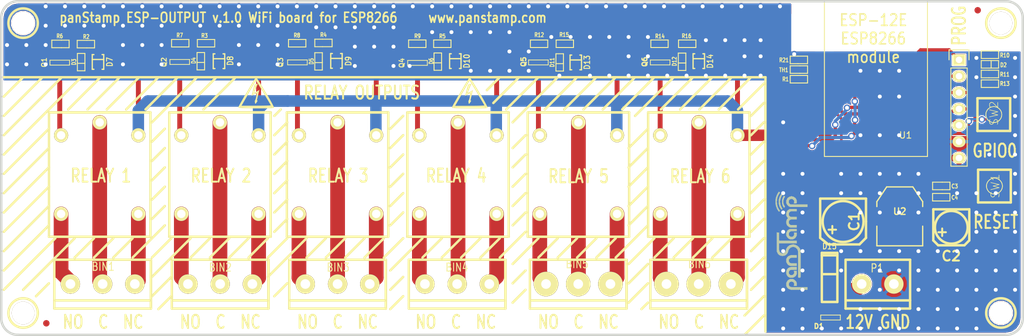
<source format=kicad_pcb>
(kicad_pcb (version 4) (host pcbnew 4.1.0-alpha+201608101232+7015~46~ubuntu14.04.1-product)
  (title_block (title "6-relay board for ESP8266") (date 2016-08-11) (rev 1.1) (company "panStamp (www.panstamp.com)"))
  (layers (0 Front signal) (31 Back signal) (34 B.Paste user) (35 F.Paste user) (36 B.SilkS user) (37 F.SilkS user) (38 B.Mask user) (39 F.Mask user) (44 Edge.Cuts user))
  (net 0 "")
  (net 1 +12V)
  (net 2 +3.3V)
  (net 3 /RESET)
  (net 4 /RXD)
  (net 5 /TXD)
  (net 6 BINOUT0)
  (net 7 BINOUT1)
  (net 8 BINOUT2)
  (net 9 BINOUT3)
  (net 10 GND)
  (net 11 "Net-(BIN1-Pad1)")
  (net 12 "Net-(BIN1-Pad2)")
  (net 13 "Net-(BIN1-Pad3)")
  (net 14 "Net-(BIN2-Pad1)")
  (net 15 "Net-(BIN2-Pad2)")
  (net 16 "Net-(BIN2-Pad3)")
  (net 17 "Net-(BIN3-Pad1)")
  (net 18 "Net-(BIN3-Pad2)")
  (net 19 "Net-(BIN3-Pad3)")
  (net 20 "Net-(BIN4-Pad1)")
  (net 21 "Net-(BIN4-Pad2)")
  (net 22 "Net-(BIN4-Pad3)")
  (net 23 "Net-(D3-Pad2)")
  (net 24 "Net-(D3-Pad1)")
  (net 25 "Net-(D4-Pad2)")
  (net 26 "Net-(D4-Pad1)")
  (net 27 "Net-(D5-Pad2)")
  (net 28 "Net-(D5-Pad1)")
  (net 29 "Net-(Q1-Pad2)")
  (net 30 "Net-(Q2-Pad2)")
  (net 31 "Net-(Q3-Pad2)")
  (net 32 "Net-(Q4-Pad2)")
  (net 33 "Net-(R1-Pad1)")
  (net 34 /GPIO2)
  (net 35 /ADC)
  (net 36 +12C)
  (net 37 "Net-(U1-Pad9)")
  (net 38 "Net-(U1-Pad10)")
  (net 39 "Net-(U1-Pad11)")
  (net 40 "Net-(U1-Pad12)")
  (net 41 "Net-(U1-Pad13)")
  (net 42 "Net-(U1-Pad14)")
  (net 43 "Net-(BIN5-Pad1)")
  (net 44 "Net-(BIN5-Pad2)")
  (net 45 "Net-(BIN5-Pad3)")
  (net 46 "Net-(BIN6-Pad1)")
  (net 47 "Net-(BIN6-Pad2)")
  (net 48 "Net-(BIN6-Pad3)")
  (net 49 "Net-(D2-Pad1)")
  (net 50 /GPIO15)
  (net 51 "Net-(D11-Pad1)")
  (net 52 "Net-(D11-Pad2)")
  (net 53 "Net-(D12-Pad1)")
  (net 54 "Net-(D12-Pad2)")
  (net 55 /GPIO0)
  (net 56 "Net-(Q5-Pad2)")
  (net 57 "Net-(Q6-Pad2)")
  (net 58 BINOUT4)
  (net 59 BINOUT5)
  (net 60 "Net-(D6-Pad2)")
  (net 61 "Net-(D10-Pad2)")
  (module ESP8266:ESP-12E (layer Front) (at 164.4 74.7)
    (fp_text reference U1 (at 12.6 12.3) (layer F.SilkS))
    (fp_text value ESP-12E hide)
    (pad 9 smd oval (at 2.99 15.75 90) (size 2.4 1.1) (layers Front F.Mask) (net 37 "Net-(U1-Pad9)"))
    (pad 10 smd oval (at 4.99 15.75 90) (size 2.4 1.1) (layers Front F.Mask) (net 38 "Net-(U1-Pad10)"))
    (pad 11 smd oval (at 6.99 15.75 90) (size 2.4 1.1) (layers Front F.Mask) (net 39 "Net-(U1-Pad11)"))
    (pad 12 smd oval (at 8.99 15.75 90) (size 2.4 1.1) (layers Front F.Mask) (net 40 "Net-(U1-Pad12)"))
    (pad 13 smd oval (at 10.99 15.75 90) (size 2.4 1.1) (layers Front F.Mask) (net 41 "Net-(U1-Pad13)"))
    (pad 14 smd oval (at 12.99 15.75 90) (size 2.4 1.1) (layers Front F.Mask) (net 42 "Net-(U1-Pad14)"))
    (pad 1 smd rect (at 0 0) (size 2.4 1.1) (layers Front F.Mask) (net 3 /RESET))
    (pad 2 smd oval (at 0 2) (size 2.4 1.1) (layers Front F.Mask) (net 35 /ADC))
    (pad 3 smd oval (at 0 4) (size 2.4 1.1) (layers Front F.Mask) (net 33 "Net-(R1-Pad1)"))
    (pad 4 smd oval (at 0 6) (size 2.4 1.1) (layers Front F.Mask) (net 6 BINOUT0))
    (pad 5 smd oval (at 0 8) (size 2.4 1.1) (layers Front F.Mask) (net 7 BINOUT1))
    (pad 6 smd oval (at 0 10) (size 2.4 1.1) (layers Front F.Mask) (net 8 BINOUT2))
    (pad 7 smd oval (at 0 12) (size 2.4 1.1) (layers Front F.Mask) (net 9 BINOUT3))
    (pad 8 smd oval (at 0 14) (size 2.4 1.1) (layers Front F.Mask) (net 2 +3.3V))
    (pad 15 smd oval (at 16 14) (size 2.4 1.1) (layers Front F.Mask) (net 10 GND))
    (pad 16 smd oval (at 16 12) (size 2.4 1.1) (layers Front F.Mask) (net 50 /GPIO15))
    (pad 17 smd oval (at 16 10) (size 2.4 1.1) (layers Front F.Mask) (net 34 /GPIO2))
    (pad 18 smd oval (at 16 8) (size 2.4 1.1) (layers Front F.Mask) (net 55 /GPIO0))
    (pad 19 smd oval (at 16 6) (size 2.4 1.1) (layers Front F.Mask) (net 58 BINOUT4))
    (pad 20 smd oval (at 16 4) (size 2.4 1.1) (layers Front F.Mask) (net 59 BINOUT5))
    (pad 21 smd oval (at 16 2) (size 2.4 1.1) (layers Front F.Mask) (net 4 /RXD))
    (pad 22 smd oval (at 16 0) (size 2.4 1.1) (layers Front F.Mask) (net 5 /TXD))
  )
  (module SONGLE_RELAY_10A (layer Front) (at 70.5596 93.1135 270)
    (fp_text reference U4 hide)
    (fp_text value SONGLE_RELAY_10A hide)
    (pad 1 thru_hole circle (at -6.10108 -5.99948 270) (size 2.19964 2.19964) (drill 1.30048) (layers *.Cu *.Mask F.SilkS) (net 36 +12C))
    (pad 2 thru_hole circle (at -8.10006 0 270) (size 2.19964 2.19964) (drill 1.30048) (layers *.Cu *.Mask F.SilkS) (net 15 "Net-(BIN2-Pad2)"))
    (pad 3 thru_hole circle (at -6.10108 5.99948 270) (size 2.19964 2.19964) (drill 1.30048) (layers *.Cu *.Mask F.SilkS) (net 26 "Net-(D4-Pad1)"))
    (pad 4 thru_hole circle (at 6.10108 5.99948 270) (size 2.19964 2.19964) (drill 1.30048) (layers *.Cu *.Mask F.SilkS) (net 14 "Net-(BIN2-Pad1)"))
    (pad 5 thru_hole circle (at 6.10108 -5.99948 270) (size 2.19964 2.19964) (drill 1.30048) (layers *.Cu *.Mask F.SilkS) (net 16 "Net-(BIN2-Pad3)"))
  )
  (module 1pin (layer Front) (at 40 69.6)
    (fp_text reference 1PIN hide)
    (fp_text value P*** hide)
    (pad 1 thru_hole circle (at 0 0) (size 3.50012 3.50012) (drill 3.50012) (layers *.Cu *.Mask F.SilkS))
  )
  (module 1pin (layer Front) (at 40 114.6)
    (fp_text reference 1PIN hide)
    (fp_text value P*** hide)
    (pad 1 thru_hole circle (at 0 0) (size 3.50012 3.50012) (drill 3.50012) (layers *.Cu *.Mask F.SilkS))
  )
  (module 1pin (layer Front) (at 191.8 114.6)
    (fp_text reference 1PIN hide)
    (fp_text value P*** hide)
    (pad 1 thru_hole circle (at 0 0) (size 3.50012 3.50012) (drill 3.50012) (layers *.Cu *.Mask F.SilkS))
  )
  (module 1pin (layer Front) (at 191.8 69.6)
    (fp_text reference 1PIN hide)
    (fp_text value P*** hide)
    (pad 1 thru_hole circle (at 0 0) (size 3.50012 3.50012) (drill 3.50012) (layers *.Cu *.Mask F.SilkS))
  )
  (module switch-tact-noah (layer Front) (at 190.8 94.9 270)
    (fp_text reference SW1 (at 0 -0.127 270) (layer F.SilkS) (effects (font (size 1.27 1.27) (thickness 0.0889))))
    (fp_text value SW_PUSH_SMALL hide)
    (pad 1 smd rect (at -2.49936 -1.75006 270) (size 1.99898 1.00076) (layers Front F.Paste F.Mask) (net 10 GND))
    (pad 3 smd rect (at 2.49936 -1.75006 270) (size 1.99898 1.00076) (layers Front F.Paste F.Mask))
    (pad 2 smd rect (at -2.49936 1.75006 270) (size 1.99898 1.00076) (layers Front F.Paste F.Mask) (net 3 /RESET))
    (pad 4 smd rect (at 2.49936 1.75006 270) (size 1.99898 1.00076) (layers Front F.Paste F.Mask))
  )
  (module SM0603S (layer Front) (at 101.19454 72.79604)
    (fp_text reference R9 (at 0.03556 -1.18364) (layer F.SilkS) (effects (font (size 0.635 0.508) (thickness 0.127))))
    (fp_text value 2k2 hide)
    (pad 2 smd rect (at 0.7493 0) (size 0.7874 0.762) (layers Front F.Paste F.Mask) (net 32 "Net-(Q4-Pad2)"))
    (pad 1 smd rect (at -0.7493 0) (size 0.7874 0.762) (layers Front F.Paste F.Mask) (net 9 BINOUT3))
  )
  (module SM0603S (layer Front) (at 82.5484 72.71984)
    (fp_text reference R8 (at -0.03556 -1.2192) (layer F.SilkS) (effects (font (size 0.635 0.508) (thickness 0.127))))
    (fp_text value 2k2 hide)
    (pad 2 smd rect (at 0.7493 0) (size 0.7874 0.762) (layers Front F.Paste F.Mask) (net 31 "Net-(Q3-Pad2)"))
    (pad 1 smd rect (at -0.7493 0) (size 0.7874 0.762) (layers Front F.Paste F.Mask) (net 8 BINOUT2))
  )
  (module SM0603S (layer Front) (at 64.39248 72.7173)
    (fp_text reference R7 (at -0.08128 -1.2192) (layer F.SilkS) (effects (font (size 0.635 0.508) (thickness 0.127))))
    (fp_text value 2k2 hide)
    (pad 2 smd rect (at 0.7493 0) (size 0.7874 0.762) (layers Front F.Paste F.Mask) (net 30 "Net-(Q2-Pad2)"))
    (pad 1 smd rect (at -0.7493 0) (size 0.7874 0.762) (layers Front F.Paste F.Mask) (net 7 BINOUT1))
  )
  (module SM0603S (layer Front) (at 45.79714 72.8316)
    (fp_text reference R6 (at -0.11684 -1.2192) (layer F.SilkS) (effects (font (size 0.635 0.508) (thickness 0.127))))
    (fp_text value 2k2 hide)
    (pad 2 smd rect (at 0.7493 0) (size 0.7874 0.762) (layers Front F.Paste F.Mask) (net 29 "Net-(Q1-Pad2)"))
    (pad 1 smd rect (at -0.7493 0) (size 0.7874 0.762) (layers Front F.Paste F.Mask) (net 6 BINOUT0))
  )
  (module SM0603S (layer Front) (at 105.08074 72.79604 180)
    (fp_text reference R5 (at -0.01016 1.15824 180) (layer F.SilkS) (effects (font (size 0.635 0.508) (thickness 0.127))))
    (fp_text value 1k5 hide)
    (pad 2 smd rect (at 0.7493 0 180) (size 0.7874 0.762) (layers Front F.Paste F.Mask) (net 60 "Net-(D6-Pad2)"))
    (pad 1 smd rect (at -0.7493 0 180) (size 0.7874 0.762) (layers Front F.Paste F.Mask) (net 36 +12C))
  )
  (module SM0603S (layer Front) (at 86.62764 72.6792 180)
    (fp_text reference R4 (at 0 1.25476 180) (layer F.SilkS) (effects (font (size 0.635 0.508) (thickness 0.127))))
    (fp_text value 1k5 hide)
    (pad 2 smd rect (at 0.7493 0 180) (size 0.7874 0.762) (layers Front F.Paste F.Mask) (net 27 "Net-(D5-Pad2)"))
    (pad 1 smd rect (at -0.7493 0 180) (size 0.7874 0.762) (layers Front F.Paste F.Mask) (net 36 +12C))
  )
  (module SM0603S (layer Front) (at 68.39552 72.72238 180)
    (fp_text reference R3 (at 0.23368 1.17348 180) (layer F.SilkS) (effects (font (size 0.635 0.508) (thickness 0.127))))
    (fp_text value 1k5 hide)
    (pad 2 smd rect (at 0.7493 0 180) (size 0.7874 0.762) (layers Front F.Paste F.Mask) (net 25 "Net-(D4-Pad2)"))
    (pad 1 smd rect (at -0.7493 0 180) (size 0.7874 0.762) (layers Front F.Paste F.Mask) (net 36 +12C))
  )
  (module SM0603S (layer Front) (at 49.7443 72.857)
    (fp_text reference R2 (at 0.0508 -1.143) (layer F.SilkS) (effects (font (size 0.635 0.508) (thickness 0.127))))
    (fp_text value 1k5 hide)
    (pad 2 smd rect (at 0.7493 0) (size 0.7874 0.762) (layers Front F.Paste F.Mask) (net 36 +12C))
    (pad 1 smd rect (at -0.7493 0) (size 0.7874 0.762) (layers Front F.Paste F.Mask) (net 23 "Net-(D3-Pad2)"))
  )
  (module SM0603S (layer Front) (at 182.54064 96.62672)
    (fp_text reference C4 (at 2.0828 0.0508) (layer F.SilkS) (effects (font (size 0.635 0.508) (thickness 0.127))))
    (fp_text value 100n hide)
    (pad 2 smd rect (at 0.7493 0) (size 0.7874 0.762) (layers Front F.Paste F.Mask) (net 10 GND))
    (pad 1 smd rect (at -0.7493 0) (size 0.7874 0.762) (layers Front F.Paste F.Mask) (net 2 +3.3V))
  )
  (module SM0603S (layer Front) (at 182.54572 94.8792)
    (fp_text reference C3 (at 2.0828 0.0508) (layer F.SilkS) (effects (font (size 0.635 0.508) (thickness 0.127))))
    (fp_text value 1u hide)
    (pad 2 smd rect (at 0.7493 0) (size 0.7874 0.762) (layers Front F.Paste F.Mask) (net 10 GND))
    (pad 1 smd rect (at -0.7493 0) (size 0.7874 0.762) (layers Front F.Paste F.Mask) (net 2 +3.3V))
  )
  (module SMDCPOL_5 (layer Front) (at 184.1 101.3 90)
    (fp_text reference C2 (at -4.47294 -0.0127 180) (layer F.SilkS) (effects (font (thickness 0.3048))))
    (fp_text value 22u hide)
    (fp_text user + (at -0.762 -1.524 90) (layer F.SilkS) (effects (font (thickness 0.3048))))
    (pad 1 smd rect (at -1.778 0 90) (size 2.49936 1.00076) (layers Front F.Paste F.Mask) (net 2 +3.3V))
    (pad 2 smd rect (at 1.778 0 90) (size 2.49936 1.00076) (layers Front F.Paste F.Mask) (net 10 GND))
  )
  (module SMDCPOL_6.3 (layer Front) (at 167.3 100.4 90)
    (fp_text reference C1 (at 0 1.7272 90) (layer F.SilkS) (effects (font (thickness 0.3048))))
    (fp_text value 47u hide)
    (fp_text user + (at -1.27 -1.778 90) (layer F.SilkS) (effects (font (thickness 0.3048))))
    (pad 2 smd rect (at 2.286 0 90) (size 2.79908 1.00076) (layers Front F.Paste F.Mask) (net 10 GND))
    (pad 1 smd rect (at -2.286 0 90) (size 2.79908 1.00076) (layers Front F.Paste F.Mask) (net 36 +12C))
  )
  (module SOT223 (layer Front) (at 176.1 99.6)
    (fp_text reference U2 (at 0 -0.762) (layer F.SilkS) (effects (font (size 1.016 1.016) (thickness 0.2032))))
    (fp_text value UA78M33 hide)
    (pad 4 smd rect (at 0 -3.302) (size 3.6576 2.032) (layers Front F.Paste F.Mask) (net 10 GND))
    (pad 2 smd rect (at 0 3.302) (size 1.016 2.032) (layers Front F.Paste F.Mask) (net 10 GND))
    (pad 3 smd rect (at 2.286 3.302) (size 1.016 2.032) (layers Front F.Paste F.Mask) (net 2 +3.3V))
    (pad 1 smd rect (at -2.286 3.302) (size 1.016 2.032) (layers Front F.Paste F.Mask) (net 36 +12C))
  )
  (module SOT23EBC (layer Front) (at 101.2301 75.76784)
    (fp_text reference Q4 (at -2.4384 0.01016 90) (layer F.SilkS) (effects (font (size 0.762 0.762) (thickness 0.1524))))
    (fp_text value NPN hide)
    (pad 1 smd rect (at -0.889 -1.016) (size 0.9144 0.9144) (layers Front F.Paste F.Mask) (net 10 GND))
    (pad 2 smd rect (at 0.889 -1.016) (size 0.9144 0.9144) (layers Front F.Paste F.Mask) (net 32 "Net-(Q4-Pad2)"))
    (pad 3 smd rect (at 0 1.016) (size 0.9144 0.9144) (layers Front F.Paste F.Mask) (net 61 "Net-(D10-Pad2)"))
  )
  (module SOT23EBC (layer Front) (at 82.58904 75.69164)
    (fp_text reference Q3 (at -2.63144 0 90) (layer F.SilkS) (effects (font (size 0.762 0.762) (thickness 0.1524))))
    (fp_text value NPN hide)
    (pad 1 smd rect (at -0.889 -1.016) (size 0.9144 0.9144) (layers Front F.Paste F.Mask) (net 10 GND))
    (pad 2 smd rect (at 0.889 -1.016) (size 0.9144 0.9144) (layers Front F.Paste F.Mask) (net 31 "Net-(Q3-Pad2)"))
    (pad 3 smd rect (at 0 1.016) (size 0.9144 0.9144) (layers Front F.Paste F.Mask) (net 28 "Net-(D5-Pad1)"))
  )
  (module SOT23EBC (layer Front) (at 64.3112 75.62814)
    (fp_text reference Q2 (at -2.4384 0.03556 90) (layer F.SilkS) (effects (font (size 0.762 0.762) (thickness 0.1524))))
    (fp_text value NPN hide)
    (pad 1 smd rect (at -0.889 -1.016) (size 0.9144 0.9144) (layers Front F.Paste F.Mask) (net 10 GND))
    (pad 2 smd rect (at 0.889 -1.016) (size 0.9144 0.9144) (layers Front F.Paste F.Mask) (net 30 "Net-(Q2-Pad2)"))
    (pad 3 smd rect (at 0 1.016) (size 0.9144 0.9144) (layers Front F.Paste F.Mask) (net 26 "Net-(D4-Pad1)"))
  )
  (module SOT23EBC (layer Front) (at 45.68538 75.73736)
    (fp_text reference Q1 (at -2.41808 -0.03556 90) (layer F.SilkS) (effects (font (size 0.762 0.762) (thickness 0.1524))))
    (fp_text value NPN hide)
    (pad 1 smd rect (at -0.889 -1.016) (size 0.9144 0.9144) (layers Front F.Paste F.Mask) (net 10 GND))
    (pad 2 smd rect (at 0.889 -1.016) (size 0.9144 0.9144) (layers Front F.Paste F.Mask) (net 29 "Net-(Q1-Pad2)"))
    (pad 3 smd rect (at 0 1.016) (size 0.9144 0.9144) (layers Front F.Paste F.Mask) (net 24 "Net-(D3-Pad1)"))
  )
  (module terminal_block_5mm_2P (layer Front) (at 172.7 110.1315)
    (fp_text reference P1 (at -0.127 -2.4765) (layer F.SilkS) (effects (font (size 1.27 1.016) (thickness 0.1524))))
    (fp_text value CONN_2 hide)
    (pad 1 thru_hole circle (at -2.51714 -0.0254) (size 2.99974 2.99974) (drill 1.4986) (layers *.Cu *.Mask F.SilkS) (net 1 +12V))
    (pad 2 thru_hole circle (at 2.48412 -0.0254) (size 2.99974 2.99974) (drill 1.4986) (layers *.Cu *.Mask F.SilkS) (net 10 GND))
  )
  (module terminal_block_5mm_3P (layer Front) (at 107.4 110.1315)
    (fp_text reference BIN4 (at -0.0635 -2.6035) (layer F.SilkS) (effects (font (size 1.27 1.016) (thickness 0.1524))))
    (fp_text value CONN_3 hide)
    (pad 1 thru_hole circle (at -5.01904 -0.0254) (size 2.99974 2.99974) (drill 1.4986) (layers *.Cu *.Mask F.SilkS) (net 20 "Net-(BIN4-Pad1)"))
    (pad 2 thru_hole circle (at -0.01778 -0.0254) (size 2.99974 2.99974) (drill 1.4986) (layers *.Cu *.Mask F.SilkS) (net 21 "Net-(BIN4-Pad2)"))
    (pad 3 thru_hole circle (at 4.98094 -0.0254) (size 2.99974 2.99974) (drill 1.4986) (layers *.Cu *.Mask F.SilkS) (net 22 "Net-(BIN4-Pad3)"))
  )
  (module terminal_block_5mm_3P (layer Front) (at 88.8349 110.1315)
    (fp_text reference BIN3 (at 0.0635 -2.6035) (layer F.SilkS) (effects (font (size 1.27 1.016) (thickness 0.1524))))
    (fp_text value CONN_3 hide)
    (pad 1 thru_hole circle (at -5.01904 -0.0254) (size 2.99974 2.99974) (drill 1.4986) (layers *.Cu *.Mask F.SilkS) (net 17 "Net-(BIN3-Pad1)"))
    (pad 2 thru_hole circle (at -0.01778 -0.0254) (size 2.99974 2.99974) (drill 1.4986) (layers *.Cu *.Mask F.SilkS) (net 18 "Net-(BIN3-Pad2)"))
    (pad 3 thru_hole circle (at 4.98094 -0.0254) (size 2.99974 2.99974) (drill 1.4986) (layers *.Cu *.Mask F.SilkS) (net 19 "Net-(BIN3-Pad3)"))
  )
  (module terminal_block_5mm_3P (layer Front) (at 70.6104 110.1315)
    (fp_text reference BIN2 (at 0 -2.6035) (layer F.SilkS) (effects (font (size 1.27 1.016) (thickness 0.1524))))
    (fp_text value CONN_3 hide)
    (pad 1 thru_hole circle (at -5.01904 -0.0254) (size 2.99974 2.99974) (drill 1.4986) (layers *.Cu *.Mask F.SilkS) (net 14 "Net-(BIN2-Pad1)"))
    (pad 2 thru_hole circle (at -0.01778 -0.0254) (size 2.99974 2.99974) (drill 1.4986) (layers *.Cu *.Mask F.SilkS) (net 15 "Net-(BIN2-Pad2)"))
    (pad 3 thru_hole circle (at 4.98094 -0.0254) (size 2.99974 2.99974) (drill 1.4986) (layers *.Cu *.Mask F.SilkS) (net 16 "Net-(BIN2-Pad3)"))
  )
  (module terminal_block_5mm_3P (layer Front) (at 52.3605 110.1315)
    (fp_text reference BIN1 (at 0.0635 -2.7305) (layer F.SilkS) (effects (font (size 1.27 1.016) (thickness 0.1524))))
    (fp_text value CONN_3 hide)
    (pad 1 thru_hole circle (at -5.01904 -0.0254) (size 2.99974 2.99974) (drill 1.4986) (layers *.Cu *.Mask F.SilkS) (net 11 "Net-(BIN1-Pad1)"))
    (pad 2 thru_hole circle (at -0.01778 -0.0254) (size 2.99974 2.99974) (drill 1.4986) (layers *.Cu *.Mask F.SilkS) (net 12 "Net-(BIN1-Pad2)"))
    (pad 3 thru_hole circle (at 4.98094 -0.0254) (size 2.99974 2.99974) (drill 1.4986) (layers *.Cu *.Mask F.SilkS) (net 13 "Net-(BIN1-Pad3)"))
  )
  (module SONGLE_RELAY_10A (layer Front) (at 107.5166 93.1135 270)
    (fp_text reference U6 hide)
    (fp_text value SONGLE_RELAY_10A hide)
    (pad 1 thru_hole circle (at -6.10108 -5.99948 270) (size 2.19964 2.19964) (drill 1.30048) (layers *.Cu *.Mask F.SilkS) (net 36 +12C))
    (pad 2 thru_hole circle (at -8.10006 0 270) (size 2.19964 2.19964) (drill 1.30048) (layers *.Cu *.Mask F.SilkS) (net 21 "Net-(BIN4-Pad2)"))
    (pad 3 thru_hole circle (at -6.10108 5.99948 270) (size 2.19964 2.19964) (drill 1.30048) (layers *.Cu *.Mask F.SilkS) (net 61 "Net-(D10-Pad2)"))
    (pad 4 thru_hole circle (at 6.10108 5.99948 270) (size 2.19964 2.19964) (drill 1.30048) (layers *.Cu *.Mask F.SilkS) (net 20 "Net-(BIN4-Pad1)"))
    (pad 5 thru_hole circle (at 6.10108 -5.99948 270) (size 2.19964 2.19964) (drill 1.30048) (layers *.Cu *.Mask F.SilkS) (net 22 "Net-(BIN4-Pad3)"))
  )
  (module SONGLE_RELAY_10A (layer Front) (at 88.8222 93.1135 270)
    (fp_text reference U5 hide)
    (fp_text value SONGLE_RELAY_10A hide)
    (pad 1 thru_hole circle (at -6.10108 -5.99948 270) (size 2.19964 2.19964) (drill 1.30048) (layers *.Cu *.Mask F.SilkS) (net 36 +12C))
    (pad 2 thru_hole circle (at -8.10006 0 270) (size 2.19964 2.19964) (drill 1.30048) (layers *.Cu *.Mask F.SilkS) (net 18 "Net-(BIN3-Pad2)"))
    (pad 3 thru_hole circle (at -6.10108 5.99948 270) (size 2.19964 2.19964) (drill 1.30048) (layers *.Cu *.Mask F.SilkS) (net 28 "Net-(D5-Pad1)"))
    (pad 4 thru_hole circle (at 6.10108 5.99948 270) (size 2.19964 2.19964) (drill 1.30048) (layers *.Cu *.Mask F.SilkS) (net 17 "Net-(BIN3-Pad1)"))
    (pad 5 thru_hole circle (at 6.10108 -5.99948 270) (size 2.19964 2.19964) (drill 1.30048) (layers *.Cu *.Mask F.SilkS) (net 19 "Net-(BIN3-Pad3)"))
  )
  (module SONGLE_RELAY_10A (layer Front) (at 51.8906 93.1135 270)
    (fp_text reference U3 hide)
    (fp_text value SONGLE_RELAY_10A hide)
    (pad 1 thru_hole circle (at -6.10108 -5.99948 270) (size 2.19964 2.19964) (drill 1.30048) (layers *.Cu *.Mask F.SilkS) (net 36 +12C))
    (pad 2 thru_hole circle (at -8.10006 0 270) (size 2.19964 2.19964) (drill 1.30048) (layers *.Cu *.Mask F.SilkS) (net 12 "Net-(BIN1-Pad2)"))
    (pad 3 thru_hole circle (at -6.10108 5.99948 270) (size 2.19964 2.19964) (drill 1.30048) (layers *.Cu *.Mask F.SilkS) (net 24 "Net-(D3-Pad1)"))
    (pad 4 thru_hole circle (at 6.10108 5.99948 270) (size 2.19964 2.19964) (drill 1.30048) (layers *.Cu *.Mask F.SilkS) (net 11 "Net-(BIN1-Pad1)"))
    (pad 5 thru_hole circle (at 6.10108 -5.99948 270) (size 2.19964 2.19964) (drill 1.30048) (layers *.Cu *.Mask F.SilkS) (net 13 "Net-(BIN1-Pad3)"))
  )
  (module LOGO (layer Front) (at 76.10696 80.38556)
    (fp_text reference G*** hide)
    (fp_text value LOGO hide)
  )
  (module LOGO (layer Front) (at 109.2692 80.4008)
    (fp_text reference G*** hide)
    (fp_text value LOGO hide)
  )
  (module PANSTAMPLOGO (layer Front) (at 156.5 111 90)
    (fp_text reference G*** hide)
    (fp_text value PANSTAMPLOGO hide)
  )
  (module mymods:fiducial (layer Front) (at 43.6 116.2)
    (fp_text reference fiducial hide)
    (fp_text value VAL** hide)
    (pad 1 smd circle (at 0 0) (size 1 1) (layers Front F.Mask) (clearance 0.5))
  )
  (module mymods:fiducial (layer Front) (at 188.2 67.6)
    (fp_text reference fiducial hide)
    (fp_text value VAL** hide)
    (pad 1 smd circle (at 0 0) (size 1 1) (layers Front F.Mask) (clearance 0.5))
  )
  (module mysmd:SM0603S (layer Front) (at 160.44 78.31 180)
    (fp_text reference R1 (at 2.07264 0 180) (layer F.SilkS) (effects (font (size 0.635 0.508) (thickness 0.127))))
    (fp_text value 10k hide)
    (pad 2 smd rect (at 0.7493 0 180) (size 0.7874 0.762) (layers Front F.Paste F.Mask) (net 2 +3.3V))
    (pad 1 smd rect (at -0.7493 0 180) (size 0.7874 0.762) (layers Front F.Paste F.Mask) (net 33 "Net-(R1-Pad1)"))
  )
  (module mysmd:SM0603S (layer Front) (at 190.1 77.5 180)
    (fp_text reference R11 (at -2.29616 -0.06604 180) (layer F.SilkS) (effects (font (size 0.635 0.508) (thickness 0.127))))
    (fp_text value 10k hide)
    (pad 2 smd rect (at 0.7493 0 180) (size 0.7874 0.762) (layers Front F.Paste F.Mask) (net 50 /GPIO15))
    (pad 1 smd rect (at -0.7493 0 180) (size 0.7874 0.762) (layers Front F.Paste F.Mask) (net 10 GND))
  )
  (module mysmd:SM0603S (layer Front) (at 190.1 79)
    (fp_text reference R13 (at 2.3 0) (layer F.SilkS) (effects (font (size 0.635 0.508) (thickness 0.127))))
    (fp_text value 10k hide)
    (pad 2 smd rect (at 0.7493 0) (size 0.7874 0.762) (layers Front F.Paste F.Mask) (net 2 +3.3V))
    (pad 1 smd rect (at -0.7493 0) (size 0.7874 0.762) (layers Front F.Paste F.Mask) (net 3 /RESET))
  )
  (module mysmd:SM0603S (layer Front) (at 160.44 75.31 180)
    (fp_text reference R21 (at 2.31648 -0.03048 180) (layer F.SilkS) (effects (font (size 0.635 0.508) (thickness 0.127))))
    (fp_text value 10k hide)
    (pad 2 smd rect (at 0.7493 0 180) (size 0.7874 0.762) (layers Front F.Paste F.Mask) (net 10 GND))
    (pad 1 smd rect (at -0.7493 0 180) (size 0.7874 0.762) (layers Front F.Paste F.Mask) (net 35 /ADC))
  )
  (module switch-tact-noah (layer Front) (at 190.7 83.8 270)
    (fp_text reference SW2 (at -0.1905 -0.03048 270) (layer F.SilkS) (effects (font (size 1.27 1.27) (thickness 0.0889))))
    (fp_text value SW_PUSH_SMALL hide)
    (pad 1 smd rect (at -2.49936 -1.75006 270) (size 1.99898 1.00076) (layers Front F.Paste F.Mask) (net 10 GND))
    (pad 3 smd rect (at 2.49936 -1.75006 270) (size 1.99898 1.00076) (layers Front F.Paste F.Mask))
    (pad 2 smd rect (at -2.49936 1.75006 270) (size 1.99898 1.00076) (layers Front F.Paste F.Mask) (net 55 /GPIO0))
    (pad 4 smd rect (at 2.49936 1.75006 270) (size 1.99898 1.00076) (layers Front F.Paste F.Mask))
  )
  (module mysmd:SM0603S (layer Front) (at 160.44 76.81)
    (fp_text reference TH1 (at -2.35458 0.06096) (layer F.SilkS) (effects (font (size 0.635 0.508) (thickness 0.127))))
    (fp_text value THERMISTOR hide)
    (pad 2 smd rect (at 0.7493 0) (size 0.7874 0.762) (layers Front F.Paste F.Mask) (net 35 /ADC))
    (pad 1 smd rect (at -0.7493 0) (size 0.7874 0.762) (layers Front F.Paste F.Mask) (net 2 +3.3V))
  )
  (module Pin_Headers:Pin_Header_Straight_1x07 (layer Front) (at 185.3 75.3)
    (fp_text reference PROG0 hide)
    (fp_text value CONN_01X07)
    (pad 1 thru_hole rect (at 0 0) (size 2.032 1.7272) (drill 1.016) (layers *.Cu *.Mask F.SilkS) (net 4 /RXD))
    (pad 2 thru_hole oval (at 0 2.54) (size 2.032 1.7272) (drill 1.016) (layers *.Cu *.Mask F.SilkS) (net 5 /TXD))
    (pad 3 thru_hole oval (at 0 5.08) (size 2.032 1.7272) (drill 1.016) (layers *.Cu *.Mask F.SilkS) (net 55 /GPIO0))
    (pad 4 thru_hole oval (at 0 7.62) (size 2.032 1.7272) (drill 1.016) (layers *.Cu *.Mask F.SilkS) (net 3 /RESET))
    (pad 5 thru_hole oval (at 0 10.16) (size 2.032 1.7272) (drill 1.016) (layers *.Cu *.Mask F.SilkS) (net 34 /GPIO2))
    (pad 6 thru_hole oval (at 0 12.7) (size 2.032 1.7272) (drill 1.016) (layers *.Cu *.Mask F.SilkS) (net 10 GND))
    (pad 7 thru_hole oval (at 0 15.24) (size 2.032 1.7272) (drill 1.016) (layers *.Cu *.Mask F.SilkS) (net 2 +3.3V))
  )
  (module mysmd:SOT23 (layer Front) (at 165.35 115.31)
    (fp_text reference D1 (at -1.82 1.34) (layer F.SilkS) (effects (font (size 0.762 0.762) (thickness 0.1905))))
    (fp_text value D_Schottky_x2_ACom_KKA hide)
    (pad 2 smd rect (at -0.889 -1.016) (size 0.9144 0.9144) (layers Front F.Paste F.Mask) (net 1 +12V))
    (pad 1 smd rect (at 0.889 -1.016) (size 0.9144 0.9144) (layers Front F.Paste F.Mask) (net 1 +12V))
    (pad 3 smd rect (at 0 1.016) (size 0.9144 0.9144) (layers Front F.Paste F.Mask) (net 10 GND))
  )
  (module myconnectors:terminal_block_5mm_3P (layer Front) (at 126.2 110.1315)
    (fp_text reference BIN5 (at -0.2 -3.1315) (layer F.SilkS) (effects (font (size 1.27 1.016) (thickness 0.1524))))
    (fp_text value CONN_3 hide)
    (pad 1 thru_hole circle (at -5.01904 -0.0254) (size 3.81 3.81) (drill 1.4986) (layers *.Cu *.Mask F.SilkS) (net 43 "Net-(BIN5-Pad1)"))
    (pad 2 thru_hole circle (at -0.01778 -0.0254) (size 3.81 3.81) (drill 1.4986) (layers *.Cu *.Mask F.SilkS) (net 44 "Net-(BIN5-Pad2)"))
    (pad 3 thru_hole circle (at 4.98094 -0.0254) (size 3.81 3.81) (drill 1.4986) (layers *.Cu *.Mask F.SilkS) (net 45 "Net-(BIN5-Pad3)"))
  )
  (module myconnectors:terminal_block_5mm_3P (layer Front) (at 144.9 110.1315)
    (fp_text reference BIN6 (at 0.1 -3.1315) (layer F.SilkS) (effects (font (size 1.27 1.016) (thickness 0.1524))))
    (fp_text value CONN_3 hide)
    (pad 1 thru_hole circle (at -5.01904 -0.0254) (size 3.81 3.81) (drill 1.4986) (layers *.Cu *.Mask F.SilkS) (net 46 "Net-(BIN6-Pad1)"))
    (pad 2 thru_hole circle (at -0.01778 -0.0254) (size 3.81 3.81) (drill 1.4986) (layers *.Cu *.Mask F.SilkS) (net 47 "Net-(BIN6-Pad2)"))
    (pad 3 thru_hole circle (at 4.98094 -0.0254) (size 3.81 3.81) (drill 1.4986) (layers *.Cu *.Mask F.SilkS) (net 48 "Net-(BIN6-Pad3)"))
  )
  (module mysmd:SOD323 (layer Front) (at 125.8 75.7 270)
    (fp_text reference D13 (at 0 -1.75 270) (layer F.SilkS) (effects (font (size 0.889 0.762) (thickness 0.1524))))
    (fp_text value DIODE hide)
    (pad 2 smd rect (at 1.09982 0 270) (size 1.00076 1.00076) (layers Front F.Paste F.Mask) (net 51 "Net-(D11-Pad1)"))
    (pad 1 smd rect (at -1.09982 0 270) (size 1.00076 1.00076) (layers Front F.Paste F.Mask) (net 36 +12C))
  )
  (module mysmd:SOD323 (layer Front) (at 144.9 75.5 270)
    (fp_text reference D14 (at 0.02 -1.75 270) (layer F.SilkS) (effects (font (size 0.889 0.762) (thickness 0.1524))))
    (fp_text value DIODE hide)
    (pad 2 smd rect (at 1.09982 0 270) (size 1.00076 1.00076) (layers Front F.Paste F.Mask) (net 53 "Net-(D12-Pad1)"))
    (pad 1 smd rect (at -1.09982 0 270) (size 1.00076 1.00076) (layers Front F.Paste F.Mask) (net 36 +12C))
  )
  (module libcms:SOT23EBC (layer Front) (at 120 75.7)
    (fp_text reference Q5 (at -2.3 -0.1 90) (layer F.SilkS) (effects (font (size 0.762 0.762) (thickness 0.2032))))
    (fp_text value NPN hide)
    (pad 1 smd rect (at -0.889 -1.016) (size 0.9144 0.9144) (layers Front F.Paste F.Mask) (net 10 GND))
    (pad 2 smd rect (at 0.889 -1.016) (size 0.9144 0.9144) (layers Front F.Paste F.Mask) (net 56 "Net-(Q5-Pad2)"))
    (pad 3 smd rect (at 0 1.016) (size 0.9144 0.9144) (layers Front F.Paste F.Mask) (net 51 "Net-(D11-Pad1)"))
  )
  (module libcms:SOT23EBC (layer Front) (at 138.9 75.7)
    (fp_text reference Q6 (at -2.4 -0.1 90) (layer F.SilkS) (effects (font (size 0.762 0.762) (thickness 0.2032))))
    (fp_text value NPN hide)
    (pad 1 smd rect (at -0.889 -1.016) (size 0.9144 0.9144) (layers Front F.Paste F.Mask) (net 10 GND))
    (pad 2 smd rect (at 0.889 -1.016) (size 0.9144 0.9144) (layers Front F.Paste F.Mask) (net 57 "Net-(Q6-Pad2)"))
    (pad 3 smd rect (at 0 1.016) (size 0.9144 0.9144) (layers Front F.Paste F.Mask) (net 53 "Net-(D12-Pad1)"))
  )
  (module mysmd:SM0603S (layer Front) (at 190.1 74.5)
    (fp_text reference R10 (at 2.3 0.1) (layer F.SilkS) (effects (font (size 0.635 0.508) (thickness 0.127))))
    (fp_text value 470 hide)
    (pad 2 smd rect (at 0.7493 0) (size 0.7874 0.762) (layers Front F.Paste F.Mask) (net 49 "Net-(D2-Pad1)"))
    (pad 1 smd rect (at -0.7493 0) (size 0.7874 0.762) (layers Front F.Paste F.Mask) (net 10 GND))
  )
  (module mysmd:SM0603S (layer Front) (at 120.1 72.8)
    (fp_text reference R12 (at 0.02 -1.37) (layer F.SilkS) (effects (font (size 0.635 0.508) (thickness 0.127))))
    (fp_text value 2k2 hide)
    (pad 2 smd rect (at 0.7493 0) (size 0.7874 0.762) (layers Front F.Paste F.Mask) (net 56 "Net-(Q5-Pad2)"))
    (pad 1 smd rect (at -0.7493 0) (size 0.7874 0.762) (layers Front F.Paste F.Mask) (net 58 BINOUT4))
  )
  (module mysmd:SM0603S (layer Front) (at 138.8 72.8)
    (fp_text reference R14 (at 0.0635 -1.1557) (layer F.SilkS) (effects (font (size 0.635 0.508) (thickness 0.127))))
    (fp_text value 2k2 hide)
    (pad 2 smd rect (at 0.7493 0) (size 0.7874 0.762) (layers Front F.Paste F.Mask) (net 57 "Net-(Q6-Pad2)"))
    (pad 1 smd rect (at -0.7493 0) (size 0.7874 0.762) (layers Front F.Paste F.Mask) (net 59 BINOUT5))
  )
  (module mysmd:SM0603S (layer Front) (at 124.1 72.8 180)
    (fp_text reference R15 (at 0.1 1.4 180) (layer F.SilkS) (effects (font (size 0.635 0.508) (thickness 0.127))))
    (fp_text value 1k5 hide)
    (pad 2 smd rect (at 0.7493 0 180) (size 0.7874 0.762) (layers Front F.Paste F.Mask) (net 52 "Net-(D11-Pad2)"))
    (pad 1 smd rect (at -0.7493 0 180) (size 0.7874 0.762) (layers Front F.Paste F.Mask) (net 36 +12C))
  )
  (module mymods:SONGLE_RELAY_10A (layer Front) (at 126.211 93.1135 270)
    (fp_text reference U7 hide)
    (fp_text value SONGLE_RELAY_10A hide)
    (pad 1 thru_hole circle (at -6.10108 -5.99948 270) (size 2.19964 2.19964) (drill 1.30048) (layers *.Cu *.Mask F.SilkS) (net 36 +12C))
    (pad 2 thru_hole circle (at -8.10006 0 270) (size 2.19964 2.19964) (drill 1.30048) (layers *.Cu *.Mask F.SilkS) (net 44 "Net-(BIN5-Pad2)"))
    (pad 3 thru_hole circle (at -6.10108 5.99948 270) (size 2.19964 2.19964) (drill 1.30048) (layers *.Cu *.Mask F.SilkS) (net 51 "Net-(D11-Pad1)"))
    (pad 4 thru_hole circle (at 6.10108 5.99948 270) (size 2.19964 2.19964) (drill 1.30048) (layers *.Cu *.Mask F.SilkS) (net 43 "Net-(BIN5-Pad1)"))
    (pad 5 thru_hole circle (at 6.10108 -5.99948 270) (size 2.19964 2.19964) (drill 1.30048) (layers *.Cu *.Mask F.SilkS) (net 45 "Net-(BIN5-Pad3)"))
  )
  (module mysmd:SM0603S (layer Front) (at 143.1 72.8 180)
    (fp_text reference R16 (at 0.1 1.2 180) (layer F.SilkS) (effects (font (size 0.635 0.508) (thickness 0.127))))
    (fp_text value 1k5 hide)
    (pad 2 smd rect (at 0.7493 0 180) (size 0.7874 0.762) (layers Front F.Paste F.Mask) (net 54 "Net-(D12-Pad2)"))
    (pad 1 smd rect (at -0.7493 0 180) (size 0.7874 0.762) (layers Front F.Paste F.Mask) (net 36 +12C))
  )
  (module mymods:SONGLE_RELAY_10A (layer Front) (at 144.9054 93.1135 270)
    (fp_text reference U8 hide)
    (fp_text value SONGLE_RELAY_10A hide)
    (pad 1 thru_hole circle (at -6.10108 -5.99948 270) (size 2.19964 2.19964) (drill 1.30048) (layers *.Cu *.Mask F.SilkS) (net 36 +12C))
    (pad 2 thru_hole circle (at -8.10006 0 270) (size 2.19964 2.19964) (drill 1.30048) (layers *.Cu *.Mask F.SilkS) (net 47 "Net-(BIN6-Pad2)"))
    (pad 3 thru_hole circle (at -6.10108 5.99948 270) (size 2.19964 2.19964) (drill 1.30048) (layers *.Cu *.Mask F.SilkS) (net 53 "Net-(D12-Pad1)"))
    (pad 4 thru_hole circle (at 6.10108 5.99948 270) (size 2.19964 2.19964) (drill 1.30048) (layers *.Cu *.Mask F.SilkS) (net 46 "Net-(BIN6-Pad1)"))
    (pad 5 thru_hole circle (at 6.10108 -5.99948 270) (size 2.19964 2.19964) (drill 1.30048) (layers *.Cu *.Mask F.SilkS) (net 48 "Net-(BIN6-Pad3)"))
  )
  (module mysmd:SM0603S_POL (layer Front) (at 104.3797 75.5748 270)
    (fp_text reference D6 (at -0.0948 1.0197 270) (layer F.SilkS) (effects (font (size 0.635 0.508) (thickness 0.127))))
    (fp_text value LED hide)
    (pad 1 smd rect (at 0.7493 0 270) (size 0.7874 0.762) (layers Front F.Paste F.Mask) (net 61 "Net-(D10-Pad2)"))
    (pad 2 smd rect (at -0.7493 0 270) (size 0.7874 0.762) (layers Front F.Paste F.Mask) (net 60 "Net-(D6-Pad2)"))
  )
  (module mysmd:SM0603S_POL (layer Front) (at 142.3 75.6 270)
    (fp_text reference D12 (at -0.06 1.18 270) (layer F.SilkS) (effects (font (size 0.635 0.508) (thickness 0.127))))
    (fp_text value LED hide)
    (pad 1 smd rect (at 0.7493 0 270) (size 0.7874 0.762) (layers Front F.Paste F.Mask) (net 53 "Net-(D12-Pad1)"))
    (pad 2 smd rect (at -0.7493 0 270) (size 0.7874 0.762) (layers Front F.Paste F.Mask) (net 54 "Net-(D12-Pad2)"))
  )
  (module mysmd:SM0603S_POL (layer Front) (at 190.1 76)
    (fp_text reference D2 (at 2.1 0.1) (layer F.SilkS) (effects (font (size 0.635 0.508) (thickness 0.127))))
    (fp_text value LED hide)
    (pad 1 smd rect (at 0.7493 0) (size 0.7874 0.762) (layers Front F.Paste F.Mask) (net 49 "Net-(D2-Pad1)"))
    (pad 2 smd rect (at -0.7493 0) (size 0.7874 0.762) (layers Front F.Paste F.Mask) (net 50 /GPIO15))
  )
  (module mysmd:SM0603S_POL (layer Front) (at 123.3 75.7 270)
    (fp_text reference D11 (at 0 1.16 270) (layer F.SilkS) (effects (font (size 0.635 0.508) (thickness 0.127))))
    (fp_text value LED hide)
    (pad 1 smd rect (at 0.7493 0 270) (size 0.7874 0.762) (layers Front F.Paste F.Mask) (net 51 "Net-(D11-Pad1)"))
    (pad 2 smd rect (at -0.7493 0 270) (size 0.7874 0.762) (layers Front F.Paste F.Mask) (net 52 "Net-(D11-Pad2)"))
  )
  (module mysmd:SOD323 (layer Front) (at 107.0975 75.4986 270)
    (fp_text reference D10 (at 0.0014 -1.7725 270) (layer F.SilkS) (effects (font (size 0.889 0.762) (thickness 0.1524))))
    (fp_text value DIODE hide)
    (pad 2 smd rect (at 1.09982 0 270) (size 1.00076 1.00076) (layers Front F.Paste F.Mask) (net 61 "Net-(D10-Pad2)"))
    (pad 1 smd rect (at -1.09982 0 270) (size 1.00076 1.00076) (layers Front F.Paste F.Mask) (net 36 +12C))
  )
  (module mysmd:SOD323 (layer Front) (at 88.6444 75.46304 270)
    (fp_text reference D9 (at 0.03696 -1.8556 270) (layer F.SilkS) (effects (font (size 0.889 0.762) (thickness 0.1524))))
    (fp_text value DIODE hide)
    (pad 2 smd rect (at 1.09982 0 270) (size 1.00076 1.00076) (layers Front F.Paste F.Mask) (net 28 "Net-(D5-Pad1)"))
    (pad 1 smd rect (at -1.09982 0 270) (size 1.00076 1.00076) (layers Front F.Paste F.Mask) (net 36 +12C))
  )
  (module mysmd:SOD323 (layer Front) (at 70.4072 75.5113 270)
    (fp_text reference D8 (at -0.0713 -1.7528 270) (layer F.SilkS) (effects (font (size 0.889 0.762) (thickness 0.1524))))
    (fp_text value DIODE hide)
    (pad 2 smd rect (at 1.09982 0 270) (size 1.00076 1.00076) (layers Front F.Paste F.Mask) (net 26 "Net-(D4-Pad1)"))
    (pad 1 smd rect (at -1.09982 0 270) (size 1.00076 1.00076) (layers Front F.Paste F.Mask) (net 36 +12C))
  )
  (module mysmd:SOD323 (layer Front) (at 51.6239 75.6256 270)
    (fp_text reference D7 (at 0.0044 -1.8161 270) (layer F.SilkS) (effects (font (size 0.889 0.762) (thickness 0.1524))))
    (fp_text value DIODE hide)
    (pad 2 smd rect (at 1.09982 0 270) (size 1.00076 1.00076) (layers Front F.Paste F.Mask) (net 24 "Net-(D3-Pad1)"))
    (pad 1 smd rect (at -1.09982 0 270) (size 1.00076 1.00076) (layers Front F.Paste F.Mask) (net 36 +12C))
  )
  (module mysmd:SM0603S_POL (layer Front) (at 85.86564 75.53924 270)
    (fp_text reference D5 (at -0.00924 1.10564 270) (layer F.SilkS) (effects (font (size 0.635 0.508) (thickness 0.127))))
    (fp_text value LED hide)
    (pad 1 smd rect (at 0.7493 0 270) (size 0.7874 0.762) (layers Front F.Paste F.Mask) (net 28 "Net-(D5-Pad1)"))
    (pad 2 smd rect (at -0.7493 0 270) (size 0.7874 0.762) (layers Front F.Paste F.Mask) (net 27 "Net-(D5-Pad2)"))
  )
  (module mysmd:SM0603S_POL (layer Front) (at 67.5878 75.5113 270)
    (fp_text reference D4 (at -0.1013 1.1078 270) (layer F.SilkS) (effects (font (size 0.635 0.508) (thickness 0.127))))
    (fp_text value LED hide)
    (pad 1 smd rect (at 0.7493 0 270) (size 0.7874 0.762) (layers Front F.Paste F.Mask) (net 26 "Net-(D4-Pad1)"))
    (pad 2 smd rect (at -0.7493 0 270) (size 0.7874 0.762) (layers Front F.Paste F.Mask) (net 25 "Net-(D4-Pad2)"))
  )
  (module mysmd:SM0603S_POL (layer Front) (at 49.0077 75.651 270)
    (fp_text reference D3 (at -0.021 1.1177 270) (layer F.SilkS) (effects (font (size 0.635 0.508) (thickness 0.127))))
    (fp_text value LED hide)
    (pad 1 smd rect (at 0.7493 0 270) (size 0.7874 0.762) (layers Front F.Paste F.Mask) (net 24 "Net-(D3-Pad1)"))
    (pad 2 smd rect (at -0.7493 0 270) (size 0.7874 0.762) (layers Front F.Paste F.Mask) (net 23 "Net-(D3-Pad2)"))
  )
  (module mysmd:SMA (layer Front) (at 165.27 109.08 90)
    (fp_text reference D15 (at 4.83 -0.08 180) (layer F.SilkS) (effects (font (size 0.889 0.762) (thickness 0.1524))))
    (fp_text value D_Schottky hide)
    (pad 2 smd rect (at -1.99898 0 90) (size 2.50952 1.70942) (layers Front F.Paste F.Mask) (net 1 +12V))
    (pad 1 smd rect (at 1.99898 0 90) (size 2.50952 1.70942) (layers Front F.Paste F.Mask) (net 36 +12C))
  )
  (gr_text "RELAY 6" (at 145.12 93.38) (layer F.SilkS) (effects (font (size 2.032 1.524) (thickness 0.3048))))
  (gr_text "RELAY 5" (at 126.23 93.38) (layer F.SilkS) (effects (font (size 2.032 1.524) (thickness 0.3048))))
  (gr_text "ESP-12E\nESP8266\nmodule" (at 172 72) (layer F.SilkS) (effects (font (size 1.778 1.524) (thickness 0.254))))
  (gr_line (start 147 106) (end 150 103) (angle 90) (layer F.SilkS) (width 0.381))
  (gr_line (start 144 106) (end 147 103) (angle 90) (layer F.SilkS) (width 0.381))
  (gr_line (start 141 106) (end 144 103) (angle 90) (layer F.SilkS) (width 0.381))
  (gr_line (start 136 114) (end 137 113) (angle 90) (layer F.SilkS) (width 0.381))
  (gr_line (start 134 113) (end 137 110) (angle 90) (layer F.SilkS) (width 0.381))
  (gr_line (start 138 106) (end 141 103) (angle 90) (layer F.SilkS) (width 0.381))
  (gr_line (start 134 110) (end 137 107) (angle 90) (layer F.SilkS) (width 0.381))
  (gr_line (start 134 107) (end 138 103) (angle 90) (layer F.SilkS) (width 0.381))
  (gr_line (start 134 89) (end 137 86) (angle 90) (layer F.SilkS) (width 0.381))
  (gr_line (start 134 92) (end 137 89) (angle 90) (layer F.SilkS) (width 0.381))
  (gr_line (start 134 95) (end 137 92) (angle 90) (layer F.SilkS) (width 0.381))
  (gr_line (start 134 98) (end 137 95) (angle 90) (layer F.SilkS) (width 0.381))
  (gr_line (start 134 101) (end 137 98) (angle 90) (layer F.SilkS) (width 0.381))
  (gr_line (start 132 106) (end 137 101) (angle 90) (layer F.SilkS) (width 0.381))
  (gr_line (start 129 106) (end 132 103) (angle 90) (layer F.SilkS) (width 0.381))
  (gr_line (start 126 106) (end 129 103) (angle 90) (layer F.SilkS) (width 0.381))
  (gr_line (start 123 106) (end 126 103) (angle 90) (layer F.SilkS) (width 0.381))
  (gr_line (start 120 106) (end 123 103) (angle 90) (layer F.SilkS) (width 0.381))
  (gr_line (start 116 89) (end 118 87) (angle 90) (layer F.SilkS) (width 0.381))
  (gr_line (start 116 92) (end 118 90) (angle 90) (layer F.SilkS) (width 0.381))
  (gr_line (start 116 95) (end 118 93) (angle 90) (layer F.SilkS) (width 0.381))
  (gr_line (start 116 98) (end 118 96) (angle 90) (layer F.SilkS) (width 0.381))
  (gr_line (start 116 101) (end 118 99) (angle 90) (layer F.SilkS) (width 0.381))
  (gr_line (start 116 113) (end 118 111) (angle 90) (layer F.SilkS) (width 0.381))
  (gr_line (start 116 110) (end 118 108) (angle 90) (layer F.SilkS) (width 0.381))
  (gr_line (start 116 107) (end 120 103) (angle 90) (layer F.SilkS) (width 0.381))
  (gr_line (start 114 106) (end 118 102) (angle 90) (layer F.SilkS) (width 0.381))
  (gr_line (start 111 106) (end 114 103) (angle 90) (layer F.SilkS) (width 0.381))
  (gr_line (start 108 106) (end 111 103) (angle 90) (layer F.SilkS) (width 0.381))
  (gr_line (start 105 106) (end 108 103) (angle 90) (layer F.SilkS) (width 0.381))
  (gr_line (start 97 114) (end 99 112) (angle 90) (layer F.SilkS) (width 0.381))
  (gr_line (start 97 111) (end 99 109) (angle 90) (layer F.SilkS) (width 0.381))
  (gr_line (start 102 106) (end 105 103) (angle 90) (layer F.SilkS) (width 0.381))
  (gr_line (start 97 108) (end 102 103) (angle 90) (layer F.SilkS) (width 0.381))
  (gr_line (start 97 86) (end 99 84) (angle 90) (layer F.SilkS) (width 0.381))
  (gr_line (start 97 89) (end 99 87) (angle 90) (layer F.SilkS) (width 0.381))
  (gr_line (start 97 92) (end 99 90) (angle 90) (layer F.SilkS) (width 0.381))
  (gr_line (start 97 95) (end 99 93) (angle 90) (layer F.SilkS) (width 0.381))
  (gr_line (start 97 98) (end 99 96) (angle 90) (layer F.SilkS) (width 0.381))
  (gr_line (start 97 101) (end 99 99) (angle 90) (layer F.SilkS) (width 0.381))
  (gr_line (start 96 106) (end 99 103) (angle 90) (layer F.SilkS) (width 0.381))
  (gr_line (start 93 106) (end 96 103) (angle 90) (layer F.SilkS) (width 0.381))
  (gr_line (start 90 106) (end 93 103) (angle 90) (layer F.SilkS) (width 0.381))
  (gr_line (start 87 106) (end 90 103) (angle 90) (layer F.SilkS) (width 0.381))
  (gr_line (start 84 106) (end 87 103) (angle 90) (layer F.SilkS) (width 0.381))
  (gr_line (start 79 112) (end 81 110) (angle 90) (layer F.SilkS) (width 0.381))
  (gr_line (start 78 109) (end 84 103) (angle 90) (layer F.SilkS) (width 0.381))
  (gr_line (start 79 84) (end 80 83) (angle 90) (layer F.SilkS) (width 0.381))
  (gr_line (start 79 87) (end 81 85) (angle 90) (layer F.SilkS) (width 0.381))
  (gr_line (start 79 90) (end 81 88) (angle 90) (layer F.SilkS) (width 0.381))
  (gr_line (start 79 93) (end 81 91) (angle 90) (layer F.SilkS) (width 0.381))
  (gr_line (start 79 96) (end 81 94) (angle 90) (layer F.SilkS) (width 0.381))
  (gr_line (start 79 99) (end 81 97) (angle 90) (layer F.SilkS) (width 0.381))
  (gr_line (start 79 102) (end 81 100) (angle 90) (layer F.SilkS) (width 0.381))
  (gr_line (start 78 106) (end 81 103) (angle 90) (layer F.SilkS) (width 0.381))
  (gr_line (start 78 103) (end 75 106) (angle 90) (layer F.SilkS) (width 0.381))
  (gr_line (start 63 112) (end 61 114) (angle 90) (layer F.SilkS) (width 0.381))
  (gr_line (start 63 109) (end 60 112) (angle 90) (layer F.SilkS) (width 0.381))
  (gr_line (start 72 106) (end 75 103) (angle 90) (layer F.SilkS) (width 0.381))
  (gr_line (start 69 106) (end 72 103) (angle 90) (layer F.SilkS) (width 0.381))
  (gr_line (start 66 106) (end 69 103) (angle 90) (layer F.SilkS) (width 0.381))
  (gr_line (start 60 109) (end 66 103) (angle 90) (layer F.SilkS) (width 0.381))
  (gr_line (start 60 106) (end 63 103) (angle 90) (layer F.SilkS) (width 0.381))
  (gr_line (start 60 88) (end 62 86) (angle 90) (layer F.SilkS) (width 0.381))
  (gr_line (start 60 91) (end 62 89) (angle 90) (layer F.SilkS) (width 0.381))
  (gr_line (start 60 94) (end 62 92) (angle 90) (layer F.SilkS) (width 0.381))
  (gr_line (start 60 97) (end 62 95) (angle 90) (layer F.SilkS) (width 0.381))
  (gr_line (start 60 100) (end 62 98) (angle 90) (layer F.SilkS) (width 0.381))
  (gr_line (start 57 106) (end 62 101) (angle 90) (layer F.SilkS) (width 0.381))
  (gr_line (start 54 106) (end 57 103) (angle 90) (layer F.SilkS) (width 0.381))
  (gr_line (start 51 106) (end 54 103) (angle 90) (layer F.SilkS) (width 0.381))
  (gr_line (start 48 106) (end 51 103) (angle 90) (layer F.SilkS) (width 0.381))
  (gr_line (start 44 110) (end 42 112) (angle 90) (layer F.SilkS) (width 0.381))
  (gr_line (start 48 103) (end 40 111) (angle 90) (layer F.SilkS) (width 0.381))
  (gr_line (start 45 103) (end 37 111) (angle 90) (layer F.SilkS) (width 0.381))
  (gr_line (start 44 101) (end 37 108) (angle 90) (layer F.SilkS) (width 0.381))
  (gr_line (start 44 98) (end 37 105) (angle 90) (layer F.SilkS) (width 0.381))
  (gr_line (start 44 95) (end 37 102) (angle 90) (layer F.SilkS) (width 0.381))
  (gr_line (start 44 92) (end 37 99) (angle 90) (layer F.SilkS) (width 0.381))
  (gr_line (start 44 89) (end 37 96) (angle 90) (layer F.SilkS) (width 0.381))
  (gr_line (start 44 86) (end 37 93) (angle 90) (layer F.SilkS) (width 0.381))
  (gr_line (start 40 78) (end 37 81) (angle 90) (layer F.SilkS) (width 0.381))
  (gr_line (start 43 78) (end 37 84) (angle 90) (layer F.SilkS) (width 0.381))
  (gr_line (start 46 78) (end 37 87) (angle 90) (layer F.SilkS) (width 0.381))
  (gr_line (start 49 78) (end 37 90) (angle 90) (layer F.SilkS) (width 0.381))
  (gr_line (start 52 78) (end 47 83) (angle 90) (layer F.SilkS) (width 0.381))
  (gr_line (start 55 78) (end 50 83) (angle 90) (layer F.SilkS) (width 0.381))
  (gr_line (start 58 78) (end 53 83) (angle 90) (layer F.SilkS) (width 0.381))
  (gr_line (start 61 78) (end 56 83) (angle 90) (layer F.SilkS) (width 0.381))
  (gr_line (start 64 78) (end 59 83) (angle 90) (layer F.SilkS) (width 0.381))
  (gr_line (start 67 78) (end 60 85) (angle 90) (layer F.SilkS) (width 0.381))
  (gr_line (start 70 78) (end 65 83) (angle 90) (layer F.SilkS) (width 0.381))
  (gr_line (start 73 78) (end 68 83) (angle 90) (layer F.SilkS) (width 0.381))
  (gr_line (start 114 78) (end 112 80) (angle 90) (layer F.SilkS) (width 0.381))
  (gr_line (start 117 78) (end 113 82) (angle 90) (layer F.SilkS) (width 0.381))
  (gr_line (start 120 78) (end 115 83) (angle 90) (layer F.SilkS) (width 0.381))
  (gr_line (start 123 78) (end 116 85) (angle 90) (layer F.SilkS) (width 0.381))
  (gr_line (start 126 78) (end 121 83) (angle 90) (layer F.SilkS) (width 0.381))
  (gr_line (start 129 78) (end 124 83) (angle 90) (layer F.SilkS) (width 0.381))
  (gr_line (start 132 78) (end 127 83) (angle 90) (layer F.SilkS) (width 0.381))
  (gr_line (start 135 78) (end 130 83) (angle 90) (layer F.SilkS) (width 0.381))
  (gr_line (start 138 78) (end 133 83) (angle 90) (layer F.SilkS) (width 0.381))
  (gr_line (start 141 78) (end 135 84) (angle 90) (layer F.SilkS) (width 0.381))
  (gr_line (start 144 78) (end 139 83) (angle 90) (layer F.SilkS) (width 0.381))
  (gr_line (start 147 78) (end 142 83) (angle 90) (layer F.SilkS) (width 0.381))
  (gr_line (start 150 78) (end 145 83) (angle 90) (layer F.SilkS) (width 0.381))
  (gr_line (start 148 83) (end 153 78) (angle 90) (layer F.SilkS) (width 0.381))
  (gr_line (start 151 83) (end 155 79) (angle 90) (layer F.SilkS) (width 0.381))
  (gr_line (start 153 84) (end 155 82) (angle 90) (layer F.SilkS) (width 0.381))
  (gr_line (start 153 87) (end 155 85) (angle 90) (layer F.SilkS) (width 0.381))
  (gr_line (start 153 90) (end 155 88) (angle 90) (layer F.SilkS) (width 0.381))
  (gr_line (start 153 93) (end 155 91) (angle 90) (layer F.SilkS) (width 0.381))
  (gr_line (start 153 96) (end 155 94) (angle 90) (layer F.SilkS) (width 0.381))
  (gr_line (start 153 99) (end 155 97) (angle 90) (layer F.SilkS) (width 0.381))
  (gr_line (start 153 102) (end 155 100) (angle 90) (layer F.SilkS) (width 0.381))
  (gr_line (start 153 105) (end 155 103) (angle 90) (layer F.SilkS) (width 0.381))
  (gr_line (start 153 108) (end 155 106) (angle 90) (layer F.SilkS) (width 0.381))
  (gr_line (start 153 111) (end 155 109) (angle 90) (layer F.SilkS) (width 0.381))
  (gr_line (start 152 115) (end 155 112) (angle 90) (layer F.SilkS) (width 0.381))
  (gr_line (start 152 118) (end 155 115) (angle 90) (layer F.SilkS) (width 0.381))
  (gr_line (start 155.25 78) (end 155.25 117.5) (angle 90) (layer F.SilkS) (width 0.381))
  (gr_line (start 37 78) (end 155.25 78) (angle 90) (layer F.SilkS) (width 0.381))
  (gr_line (start 39.2 66.2) (end 192.6 66.2) (angle 90) (layer Edge.Cuts) (width 0.381))
  (gr_line (start 36.6 115.4) (end 36.6 68.8) (angle 90) (layer Edge.Cuts) (width 0.381))
  (gr_line (start 192.6 118) (end 39.2 118) (angle 90) (layer Edge.Cuts) (width 0.381))
  (gr_line (start 195.2 68.8) (end 195.2 115.4) (angle 90) (layer Edge.Cuts) (width 0.381))
  (gr_arc (start 39.2 115.4) (end 39.2 118) (angle 90) (layer Edge.Cuts) (width 0.381))
  (gr_arc (start 39.2 68.8) (end 36.6 68.8) (angle 90) (layer Edge.Cuts) (width 0.381))
  (gr_arc (start 192.6 115.4) (end 195.2 115.4) (angle 90) (layer Edge.Cuts) (width 0.381))
  (gr_arc (start 192.6 68.8) (end 192.6 66.2) (angle 90) (layer Edge.Cuts) (width 0.381))
  (gr_text "NO  C  NC" (at 144.9 116) (layer F.SilkS) (effects (font (size 2.032 1.524) (thickness 0.3048))))
  (gr_text "NO  C  NC" (at 126.2 116) (layer F.SilkS) (effects (font (size 2.032 1.524) (thickness 0.3048))))
  (gr_text PROG (at 185.3 70 90) (layer F.SilkS) (effects (font (size 2.032 1.524) (thickness 0.3048))))
  (gr_text GPIO0 (at 190.84 89.42) (layer F.SilkS) (effects (font (size 2.032 1.524) (thickness 0.3048))))
  (gr_text "RELAY 4" (at 107.2372 93.2913) (layer F.SilkS) (effects (font (size 2.032 1.524) (thickness 0.3048))))
  (gr_text "RELAY 3" (at 88.9238 93.2913) (layer F.SilkS) (effects (font (size 2.032 1.524) (thickness 0.3048))))
  (gr_text "RELAY 2" (at 70.7247 93.2913) (layer F.SilkS) (effects (font (size 2.032 1.524) (thickness 0.3048))))
  (gr_text "RELAY 1" (at 52.0557 93.2913) (layer F.SilkS) (effects (font (size 2.032 1.524) (thickness 0.3048))))
  (gr_text "12V GND" (at 172.7 116) (layer F.SilkS) (effects (font (size 2.032 1.524) (thickness 0.3048))))
  (gr_text "NO  C  NC" (at 52.4 116) (layer F.SilkS) (effects (font (size 2.032 1.524) (thickness 0.3048))))
  (gr_text "NO  C  NC" (at 88.8095 116) (layer F.SilkS) (effects (font (size 2.032 1.524) (thickness 0.3048))))
  (gr_text "NO  C  NC" (at 107.1737 116) (layer F.SilkS) (effects (font (size 2.032 1.524) (thickness 0.3048))))
  (gr_text "NO  C  NC" (at 70.6104 116) (layer F.SilkS) (effects (font (size 2.032 1.524) (thickness 0.3048))))
  (gr_text "panStamp ESP-OUTPUT v.1.0 WiFi board for ESP8266     www.panstamp.com" (at 45.5 68.75) (layer F.SilkS) (effects (font (size 1.524 1.27) (thickness 0.254)) (justify left)))
  (gr_text RESET (at 191 100.47) (layer F.SilkS) (effects (font (size 2.032 1.524) (thickness 0.3048))))
  (gr_text "RELAY OUTPUTS" (at 92.57124 80.4008) (layer F.SilkS) (effects (font (size 2.032 1.524) (thickness 0.3048))))
  (segment (start 165.27 111.07898) (end 169.20998 111.07898) (width 2.286) (layer Front) (net 1))
  (segment (start 169.20998 111.07898) (end 170.18286 110.1061) (width 2.286) (layer Front) (net 1))
  (segment (start 165.32 114.294) (end 165.32 111.12898) (width 1.778) (layer Front) (net 1))
  (segment (start 165.32 111.12898) (end 165.27 111.07898) (width 1.778) (layer Front) (net 1))
  (segment (start 169.20998 111.07898) (end 170.18286 110.1061) (width 1.778) (layer Front) (net 1))
  (segment (start 164.461 114.294) (end 165.32 114.294) (width 1.016) (layer Front) (net 1))
  (segment (start 165.32 114.294) (end 166.239 114.294) (width 1.016) (layer Front) (net 1))
  (segment (start 159.6907 77.55) (end 162.85 77.55) (width 0.381) (layer Front) (net 2))
  (segment (start 167.03 87.97) (end 167.45 88.39) (width 0.381) (layer Front) (net 2))
  (segment (start 167.03 84.41) (end 167.03 87.97) (width 0.381) (layer Front) (net 2))
  (segment (start 166.28 83.66) (end 167.03 84.41) (width 0.381) (layer Front) (net 2))
  (segment (start 166.28 78.23) (end 166.28 83.66) (width 0.381) (layer Front) (net 2))
  (segment (start 165.73 77.68) (end 166.28 78.23) (width 0.381) (layer Front) (net 2))
  (segment (start 162.98 77.68) (end 165.73 77.68) (width 0.381) (layer Front) (net 2))
  (segment (start 162.85 77.55) (end 162.98 77.68) (width 0.381) (layer Front) (net 2))
  (segment (start 159.6907 78.31) (end 159.6907 77.55) (width 0.508) (layer Front) (net 2))
  (segment (start 159.6907 77.55) (end 159.6907 76.81) (width 0.508) (layer Front) (net 2))
  (segment (start 190.8493 79) (end 190.8493 79.3293) (width 0.762) (layer Front) (net 2))
  (segment (start 190.8493 79.3293) (end 191.28 79.76) (width 0.762) (layer Front) (net 2))
  (segment (start 191.28 79.76) (end 191.28 93.74) (width 0.762) (layer Front) (net 2))
  (segment (start 191.28 93.74) (end 190.81 94.21) (width 0.762) (layer Front) (net 2))
  (segment (start 190.81 94.21) (end 186.03 94.21) (width 0.762) (layer Front) (net 2))
  (segment (start 186.03 94.21) (end 185.3 93.48) (width 0.762) (layer Front) (net 2))
  (segment (start 185.3 93.48) (end 185.3 90.54) (width 0.762) (layer Front) (net 2))
  (segment (start 181.79134 96.62672) (end 181.79134 102.17866) (width 1.27) (layer Front) (net 2))
  (segment (start 181.79134 102.17866) (end 181.068 102.902) (width 1.27) (layer Front) (net 2))
  (segment (start 178.386 102.902) (end 181.068 102.902) (width 1.27) (layer Front) (net 2))
  (segment (start 181.068 102.902) (end 183.924 102.902) (width 1.27) (layer Front) (net 2))
  (segment (start 183.924 102.902) (end 184.1 103.078) (width 1.27) (layer Front) (net 2))
  (segment (start 185.3 90.54) (end 182.25284 90.54) (width 1.016) (layer Front) (net 2))
  (segment (start 182.25284 90.54) (end 181.79642 90.99642) (width 1.016) (layer Front) (net 2))
  (segment (start 181.79642 94.8792) (end 181.79642 90.99642) (width 1.016) (layer Front) (net 2))
  (segment (start 181.79134 96.62672) (end 181.79134 94.88428) (width 1.016) (layer Front) (net 2))
  (segment (start 181.79134 94.88428) (end 181.79642 94.8792) (width 1.016) (layer Front) (net 2))
  (segment (start 181.79642 90.99642) (end 181.34 90.54) (width 0.762) (layer Front) (net 2))
  (segment (start 181.79642 94.8792) (end 181.79642 96.62164) (width 0.762) (layer Front) (net 2))
  (segment (start 181.79642 96.62164) (end 181.79134 96.62672) (width 0.762) (layer Front) (net 2))
  (segment (start 164.4 88.7) (end 165.7 88.7) (width 0.762) (layer Front) (net 2))
  (segment (start 165.7 88.7) (end 166.01 88.39) (width 0.762) (layer Front) (net 2))
  (segment (start 166.01 88.39) (end 167.45 88.39) (width 0.762) (layer Front) (net 2))
  (segment (start 179.13 90.54) (end 181.34 90.54) (width 0.762) (layer Front) (net 2))
  (segment (start 167.45 88.39) (end 177.78 88.39) (width 0.762) (layer Front) (net 2))
  (segment (start 177.78 88.39) (end 178.65 89.26) (width 0.762) (layer Front) (net 2))
  (segment (start 178.65 89.26) (end 178.65 90.06) (width 0.762) (layer Front) (net 2))
  (segment (start 178.65 90.06) (end 179.13 90.54) (width 0.762) (layer Front) (net 2))
  (segment (start 181.34 90.54) (end 185.3 90.54) (width 0.762) (layer Front) (net 2))
  (segment (start 189.3507 79) (end 189.3507 79.6607) (width 0.508) (layer Front) (net 3))
  (segment (start 188.06 83.52) (end 187.79 83.79) (width 0.508) (layer Front) (net 3))
  (segment (start 189.44 83.52) (end 188.06 83.52) (width 0.508) (layer Front) (net 3))
  (segment (start 189.85 83.11) (end 189.44 83.52) (width 0.508) (layer Front) (net 3))
  (segment (start 189.85 80.16) (end 189.85 83.11) (width 0.508) (layer Front) (net 3))
  (segment (start 189.3507 79.6607) (end 189.85 80.16) (width 0.508) (layer Front) (net 3))
  (segment (start 185.3 82.92) (end 184.68 82.92) (width 0.508) (layer Front) (net 3))
  (segment (start 184.68 82.92) (end 183.91 83.69) (width 0.508) (layer Front) (net 3))
  (segment (start 166.48 74.7) (end 164.4 74.7) (width 0.508) (layer Front) (net 3))
  (segment (start 166.97 75.19) (end 166.48 74.7) (width 0.508) (layer Front) (net 3))
  (segment (start 166.97 83.23) (end 166.97 75.19) (width 0.508) (layer Front) (net 3))
  (segment (start 167.43 83.69) (end 166.97 83.23) (width 0.508) (layer Front) (net 3))
  (segment (start 183.91 83.69) (end 167.43 83.69) (width 0.508) (layer Front) (net 3))
  (segment (start 185.3 82.92) (end 187.27 82.92) (width 0.508) (layer Front) (net 3))
  (segment (start 188.32064 92.40064) (end 189.04994 92.40064) (width 0.508) (layer Front) (net 3))
  (segment (start 187.79 91.87) (end 188.32064 92.40064) (width 0.508) (layer Front) (net 3))
  (segment (start 187.79 83.44) (end 187.79 83.79) (width 0.508) (layer Front) (net 3))
  (segment (start 187.79 83.79) (end 187.79 91.87) (width 0.508) (layer Front) (net 3))
  (segment (start 187.27 82.92) (end 187.79 83.44) (width 0.508) (layer Front) (net 3))
  (segment (start 180.4 76.7) (end 179.37 76.7) (width 0.508) (layer Front) (net 4))
  (segment (start 179.37 76.7) (end 178.8 76.13) (width 0.508) (layer Front) (net 4))
  (segment (start 183.75 73.75) (end 185.3 75.3) (width 0.508) (layer Front) (net 4))
  (segment (start 179.33 73.75) (end 183.75 73.75) (width 0.508) (layer Front) (net 4))
  (segment (start 178.8 74.28) (end 179.33 73.75) (width 0.508) (layer Front) (net 4))
  (segment (start 178.8 76.13) (end 178.8 74.28) (width 0.508) (layer Front) (net 4))
  (segment (start 185.3 75.29) (end 185.3 75.3) (width 0.508) (layer Front) (net 4))
  (segment (start 185.3 75.15) (end 185.3 75.3) (width 0.762) (layer Front) (net 4))
  (segment (start 180.4 74.7) (end 182.59 74.7) (width 0.508) (layer Front) (net 5))
  (segment (start 183.6 77.84) (end 185.3 77.84) (width 0.508) (layer Front) (net 5))
  (segment (start 183.12 77.36) (end 183.6 77.84) (width 0.508) (layer Front) (net 5))
  (segment (start 183.12 75.23) (end 183.12 77.36) (width 0.508) (layer Front) (net 5))
  (segment (start 182.59 74.7) (end 183.12 75.23) (width 0.508) (layer Front) (net 5))
  (segment (start 158.75 78.43) (end 158.75 78.95) (width 0.508) (layer Front) (net 6))
  (segment (start 162.62 79.51) (end 163.81 80.7) (width 0.508) (layer Front) (net 6))
  (segment (start 159.31 79.51) (end 162.62 79.51) (width 0.508) (layer Front) (net 6))
  (segment (start 158.75 78.95) (end 159.31 79.51) (width 0.508) (layer Front) (net 6))
  (segment (start 163.81 80.7) (end 164.4 80.7) (width 0.508) (layer Front) (net 6))
  (segment (start 45.04784 68.46216) (end 45.04784 72.8316) (width 0.508) (layer Front) (net 6))
  (segment (start 45.54 67.97) (end 45.04784 68.46216) (width 0.508) (layer Front) (net 6))
  (segment (start 158.23 67.97) (end 45.54 67.97) (width 0.508) (layer Front) (net 6))
  (segment (start 158.75 68.49) (end 158.23 67.97) (width 0.508) (layer Front) (net 6))
  (segment (start 158.75 78.43) (end 158.75 68.49) (width 0.508) (layer Front) (net 6))
  (segment (start 158.1 78.7) (end 158.1 79.64) (width 0.508) (layer Front) (net 7))
  (segment (start 162.63 82.05) (end 163.28 82.7) (width 0.508) (layer Front) (net 7))
  (segment (start 162.63 80.79) (end 162.63 82.05) (width 0.508) (layer Front) (net 7))
  (segment (start 162.05 80.21) (end 162.63 80.79) (width 0.508) (layer Front) (net 7))
  (segment (start 158.67 80.21) (end 162.05 80.21) (width 0.508) (layer Front) (net 7))
  (segment (start 158.1 79.64) (end 158.67 80.21) (width 0.508) (layer Front) (net 7))
  (segment (start 163.28 82.7) (end 164.4 82.7) (width 0.508) (layer Front) (net 7))
  (segment (start 63.64318 69.10682) (end 63.64318 72.7173) (width 0.508) (layer Front) (net 7))
  (segment (start 64.144998 68.605002) (end 63.64318 69.10682) (width 0.508) (layer Front) (net 7))
  (segment (start 157.45 68.605002) (end 64.144998 68.605002) (width 0.508) (layer Front) (net 7))
  (segment (start 158.1 69.255002) (end 157.45 68.605002) (width 0.508) (layer Front) (net 7))
  (segment (start 158.1 78.7) (end 158.1 69.255002) (width 0.508) (layer Front) (net 7))
  (segment (start 157.464998 78.65) (end 157.464998 80.424998) (width 0.508) (layer Front) (net 8))
  (segment (start 161.91 84.16) (end 162.45 84.7) (width 0.508) (layer Front) (net 8))
  (segment (start 161.91 81.42) (end 161.91 84.16) (width 0.508) (layer Front) (net 8))
  (segment (start 161.38 80.89) (end 161.91 81.42) (width 0.508) (layer Front) (net 8))
  (segment (start 157.93 80.89) (end 161.38 80.89) (width 0.508) (layer Front) (net 8))
  (segment (start 157.464998 80.424998) (end 157.93 80.89) (width 0.508) (layer Front) (net 8))
  (segment (start 81.7991 72.71984) (end 81.7991 69.790904) (width 0.508) (layer Front) (net 8))
  (segment (start 162.45 84.7) (end 164.4 84.7) (width 0.508) (layer Front) (net 8))
  (segment (start 157.464998 69.8) (end 157.464998 78.65) (width 0.508) (layer Front) (net 8))
  (segment (start 156.905002 69.240004) (end 157.464998 69.8) (width 0.508) (layer Front) (net 8))
  (segment (start 82.35 69.240004) (end 156.905002 69.240004) (width 0.508) (layer Front) (net 8))
  (segment (start 81.7991 69.790904) (end 82.35 69.240004) (width 0.508) (layer Front) (net 8))
  (segment (start 156.82 80.12) (end 156.82 81.06) (width 0.508) (layer Front) (net 9))
  (segment (start 161.24 86) (end 161.94 86.7) (width 0.508) (layer Front) (net 9))
  (segment (start 161.24 82.14) (end 161.24 86) (width 0.508) (layer Front) (net 9))
  (segment (start 160.68 81.58) (end 161.24 82.14) (width 0.508) (layer Front) (net 9))
  (segment (start 157.34 81.58) (end 160.68 81.58) (width 0.508) (layer Front) (net 9))
  (segment (start 156.82 81.06) (end 157.34 81.58) (width 0.508) (layer Front) (net 9))
  (segment (start 164.4 86.7) (end 161.94 86.7) (width 0.508) (layer Front) (net 9))
  (segment (start 100.44524 70.37476) (end 100.44524 72.79604) (width 0.508) (layer Front) (net 9))
  (segment (start 100.944994 69.875006) (end 100.44524 70.37476) (width 0.508) (layer Front) (net 9))
  (segment (start 156.11 69.875006) (end 100.944994 69.875006) (width 0.508) (layer Front) (net 9))
  (segment (start 156.82 70.585006) (end 156.11 69.875006) (width 0.508) (layer Front) (net 9))
  (segment (start 156.82 80.12) (end 156.82 70.585006) (width 0.508) (layer Front) (net 9))
  (segment (start 100 75.09294) (end 100 76.25) (width 0.762) (layer Front) (net 10))
  (via (at 100 76.25) (size 1.016) (drill 0.6096) (layers Front Back) (net 10))
  (via (at 91.5 73.25) (size 1.016) (drill 0.6096) (layers Front Back) (net 10))
  (segment (start 91.5 73.25) (end 91.5 70.25) (width 0.762) (layer Back) (net 10))
  (via (at 91.5 70.25) (size 1.016) (drill 0.6096) (layers Front Back) (net 10))
  (via (at 91.5 76.25) (size 1.016) (drill 0.6096) (layers Front Back) (net 10))
  (segment (start 91.5 73.25) (end 91.5 76.25) (width 0.762) (layer Back) (net 10))
  (segment (start 97.5 76.25) (end 97.5 73.25) (width 0.762) (layer Back) (net 10))
  (via (at 97.5 73.25) (size 1.016) (drill 0.6096) (layers Front Back) (net 10))
  (segment (start 94.5 73.25) (end 91.5 73.25) (width 0.762) (layer Back) (net 10))
  (via (at 94.5 73.25) (size 1.016) (drill 0.6096) (layers Front Back) (net 10))
  (segment (start 97.5 73.25) (end 94.5 73.25) (width 0.762) (layer Back) (net 10))
  (via (at 97.5 76.25) (size 1.016) (drill 0.6096) (layers Front Back) (net 10))
  (segment (start 100 76.25) (end 97.5 76.25) (width 0.762) (layer Back) (net 10))
  (segment (start 100 75.09294) (end 100.3411 74.75184) (width 0.762) (layer Front) (net 10))
  (segment (start 109.5 77) (end 112.5 77) (width 0.762) (layer Back) (net 10))
  (via (at 112.5 77) (size 1.016) (drill 0.6096) (layers Front Back) (net 10))
  (via (at 115.5 77) (size 1.016) (drill 0.6096) (layers Front Back) (net 10))
  (segment (start 112.5 77) (end 115.5 77) (width 0.762) (layer Back) (net 10))
  (via (at 109.5 77) (size 1.016) (drill 0.6096) (layers Front Back) (net 10))
  (segment (start 118.5 74) (end 118.5 74.073) (width 0.762) (layer Front) (net 10))
  (via (at 118.5 74) (size 1.016) (drill 0.6096) (layers Front Back) (net 10))
  (segment (start 118.5 77) (end 115.5 77) (width 0.762) (layer Back) (net 10))
  (segment (start 115.5 74) (end 115.5 71) (width 0.762) (layer Back) (net 10))
  (via (at 115.5 71) (size 1.016) (drill 0.6096) (layers Front Back) (net 10))
  (segment (start 112.5 71) (end 109.5 71) (width 0.762) (layer Back) (net 10))
  (via (at 109.5 71) (size 1.016) (drill 0.6096) (layers Front Back) (net 10))
  (segment (start 106.5 71) (end 103.5 71) (width 0.762) (layer Back) (net 10))
  (via (at 103.5 71) (size 1.016) (drill 0.6096) (layers Front Back) (net 10))
  (via (at 103.5 67) (size 1.016) (drill 0.6096) (layers Front Back) (net 10))
  (segment (start 103.5 67) (end 103.5 71) (width 0.762) (layer Back) (net 10))
  (via (at 106.5 71) (size 1.016) (drill 0.6096) (layers Front Back) (net 10))
  (segment (start 109.5 71) (end 106.5 71) (width 0.762) (layer Back) (net 10))
  (via (at 112.5 71) (size 1.016) (drill 0.6096) (layers Front Back) (net 10))
  (segment (start 115.5 71) (end 112.5 71) (width 0.762) (layer Back) (net 10))
  (via (at 115.5 74) (size 1.016) (drill 0.6096) (layers Front Back) (net 10))
  (segment (start 115.5 77) (end 115.5 74) (width 0.762) (layer Back) (net 10))
  (via (at 118.5 77) (size 1.016) (drill 0.6096) (layers Front Back) (net 10))
  (segment (start 118.5 74) (end 118.5 77) (width 0.762) (layer Back) (net 10))
  (segment (start 118.5 74.073) (end 119.111 74.684) (width 0.762) (layer Front) (net 10))
  (segment (start 55.5 73) (end 55.5 76) (width 0.762) (layer Back) (net 10))
  (via (at 55.5 73) (size 1.016) (drill 0.6096) (layers Front Back) (net 10))
  (via (at 55.5 76) (size 1.016) (drill 0.6096) (layers Front Back) (net 10))
  (segment (start 97.5 70.25) (end 94.5 70.25) (width 0.762) (layer Back) (net 10))
  (via (at 94.5 70.25) (size 1.016) (drill 0.6096) (layers Front Back) (net 10))
  (segment (start 91.5 70.25) (end 88.5 70.25) (width 0.762) (layer Back) (net 10))
  (via (at 88.5 70.25) (size 1.016) (drill 0.6096) (layers Front Back) (net 10))
  (segment (start 85.5 70.25) (end 85.5 67) (width 0.762) (layer Back) (net 10))
  (via (at 85.5 67) (size 1.016) (drill 0.6096) (layers Front Back) (net 10))
  (via (at 85.5 70.25) (size 1.016) (drill 0.6096) (layers Front Back) (net 10))
  (segment (start 88.5 70.25) (end 85.5 70.25) (width 0.762) (layer Back) (net 10))
  (segment (start 94.5 70.25) (end 91.5 70.25) (width 0.762) (layer Back) (net 10))
  (via (at 97.5 70.25) (size 1.016) (drill 0.6096) (layers Front Back) (net 10))
  (segment (start 73.5 73) (end 73.5 76) (width 0.762) (layer Back) (net 10))
  (via (at 73.5 73) (size 1.016) (drill 0.6096) (layers Front Back) (net 10))
  (via (at 73.5 76) (size 1.016) (drill 0.6096) (layers Front Back) (net 10))
  (segment (start 81.70004 74.67564) (end 79.82436 74.67564) (width 0.762) (layer Front) (net 10))
  (via (at 79.5 76) (size 1.016) (drill 0.6096) (layers Front Back) (net 10))
  (segment (start 79.5 73) (end 76.5 73) (width 0.762) (layer Back) (net 10))
  (via (at 76.5 73) (size 1.016) (drill 0.6096) (layers Front Back) (net 10))
  (segment (start 73.5 73) (end 73.5 70) (width 0.762) (layer Back) (net 10))
  (segment (start 76.5 73) (end 73.5 73) (width 0.762) (layer Back) (net 10))
  (via (at 79.5 73) (size 1.016) (drill 0.6096) (layers Front Back) (net 10))
  (segment (start 79.5 76) (end 79.5 73) (width 0.762) (layer Back) (net 10))
  (segment (start 79.5 75) (end 79.5 76) (width 0.762) (layer Front) (net 10))
  (segment (start 79.82436 74.67564) (end 79.5 75) (width 0.762) (layer Front) (net 10))
  (segment (start 63.4222 74.61214) (end 62.13786 74.61214) (width 0.762) (layer Front) (net 10))
  (via (at 61.5 76) (size 1.016) (drill 0.6096) (layers Front Back) (net 10))
  (segment (start 61.5 73) (end 58.5 73) (width 0.762) (layer Back) (net 10))
  (via (at 58.5 73) (size 1.016) (drill 0.6096) (layers Front Back) (net 10))
  (segment (start 55.5 73) (end 55.5 70) (width 0.762) (layer Back) (net 10))
  (via (at 55.5 70) (size 1.016) (drill 0.6096) (layers Front Back) (net 10))
  (segment (start 58.5 73) (end 55.5 73) (width 0.762) (layer Back) (net 10))
  (via (at 61.5 73) (size 1.016) (drill 0.6096) (layers Front Back) (net 10))
  (segment (start 61.5 76) (end 61.5 73) (width 0.762) (layer Back) (net 10))
  (segment (start 61.5 75.25) (end 61.5 76) (width 0.762) (layer Front) (net 10))
  (segment (start 62.13786 74.61214) (end 61.5 75.25) (width 0.762) (layer Front) (net 10))
  (segment (start 43.5 76) (end 43.5 75) (width 0.762) (layer Front) (net 10))
  (via (at 43.5 76) (size 1.016) (drill 0.6096) (layers Front Back) (net 10))
  (segment (start 40.5 76) (end 37.5 76) (width 0.508) (layer Back) (net 10))
  (via (at 37.5 76) (size 1.016) (drill 0.6096) (layers Front Back) (net 10))
  (segment (start 37.5 73) (end 40.5 73) (width 0.508) (layer Back) (net 10))
  (via (at 40.5 73) (size 1.016) (drill 0.6096) (layers Front Back) (net 10))
  (segment (start 43.5 70) (end 43.5 73) (width 0.508) (layer Back) (net 10))
  (via (at 43.5 70) (size 1.016) (drill 0.6096) (layers Front Back) (net 10))
  (via (at 43.5 73) (size 1.016) (drill 0.6096) (layers Front Back) (net 10))
  (segment (start 40.5 73) (end 43.5 73) (width 0.508) (layer Back) (net 10))
  (via (at 37.5 73) (size 1.016) (drill 0.6096) (layers Front Back) (net 10))
  (segment (start 37.5 76) (end 37.5 73) (width 0.508) (layer Back) (net 10))
  (via (at 40.5 76) (size 1.016) (drill 0.6096) (layers Front Back) (net 10))
  (segment (start 43.5 76) (end 40.5 76) (width 0.508) (layer Back) (net 10))
  (segment (start 43.77864 74.72136) (end 44.79638 74.72136) (width 0.762) (layer Front) (net 10))
  (segment (start 43.5 75) (end 43.77864 74.72136) (width 0.762) (layer Front) (net 10))
  (segment (start 79.5 70) (end 76.5 70) (width 0.508) (layer Back) (net 10))
  (via (at 76.5 70) (size 1.016) (drill 0.6096) (layers Front Back) (net 10))
  (segment (start 76.5 70) (end 73.5 70) (width 0.508) (layer Back) (net 10))
  (via (at 79.5 70) (size 1.016) (drill 0.6096) (layers Front Back) (net 10))
  (segment (start 70.5 70) (end 73.5 70) (width 0.508) (layer Back) (net 10))
  (via (at 70.5 70) (size 1.016) (drill 0.6096) (layers Front Back) (net 10))
  (segment (start 67.5 70) (end 61.5 70) (width 0.508) (layer Back) (net 10))
  (via (at 61.5 70) (size 1.016) (drill 0.6096) (layers Front Back) (net 10))
  (segment (start 58.5 70) (end 55.5 70) (width 0.508) (layer Back) (net 10))
  (segment (start 52.5 70) (end 49.5 70) (width 0.508) (layer Back) (net 10))
  (via (at 49.5 70) (size 1.016) (drill 0.6096) (layers Front Back) (net 10))
  (segment (start 46.5 70) (end 43.5 70) (width 0.508) (layer Back) (net 10))
  (segment (start 43.5 67) (end 46.5 67) (width 0.508) (layer Back) (net 10))
  (via (at 46.5 67) (size 1.016) (drill 0.6096) (layers Front Back) (net 10))
  (segment (start 49.5 67) (end 52.5 67) (width 0.508) (layer Back) (net 10))
  (via (at 52.5 67) (size 1.016) (drill 0.6096) (layers Front Back) (net 10))
  (segment (start 55.5 67) (end 58.5 67) (width 0.508) (layer Back) (net 10))
  (via (at 58.5 67) (size 1.016) (drill 0.6096) (layers Front Back) (net 10))
  (segment (start 61.5 67) (end 64.5 67) (width 0.508) (layer Back) (net 10))
  (via (at 64.5 67) (size 1.016) (drill 0.6096) (layers Front Back) (net 10))
  (segment (start 67.5 67) (end 70.5 67) (width 0.508) (layer Back) (net 10))
  (via (at 70.5 67) (size 1.016) (drill 0.6096) (layers Front Back) (net 10))
  (segment (start 73.5 67) (end 76.5 67) (width 0.508) (layer Back) (net 10))
  (via (at 76.5 67) (size 1.016) (drill 0.6096) (layers Front Back) (net 10))
  (segment (start 79.5 67) (end 82.5 67) (width 0.508) (layer Back) (net 10))
  (via (at 82.5 67) (size 1.016) (drill 0.6096) (layers Front Back) (net 10))
  (segment (start 85.5 67) (end 88.5 67) (width 0.508) (layer Back) (net 10))
  (via (at 88.5 67) (size 1.016) (drill 0.6096) (layers Front Back) (net 10))
  (segment (start 91.5 67) (end 94.5 67) (width 0.508) (layer Back) (net 10))
  (via (at 94.5 67) (size 1.016) (drill 0.6096) (layers Front Back) (net 10))
  (segment (start 97.5 67) (end 100.5 67) (width 0.508) (layer Back) (net 10))
  (via (at 100.5 67) (size 1.016) (drill 0.6096) (layers Front Back) (net 10))
  (segment (start 103.5 67) (end 106.5 67) (width 0.508) (layer Back) (net 10))
  (via (at 106.5 67) (size 1.016) (drill 0.6096) (layers Front Back) (net 10))
  (segment (start 109.5 67) (end 112.5 67) (width 0.508) (layer Back) (net 10))
  (via (at 112.5 67) (size 1.016) (drill 0.6096) (layers Front Back) (net 10))
  (segment (start 115.5 67) (end 118.5 67) (width 0.508) (layer Back) (net 10))
  (via (at 118.5 67) (size 1.016) (drill 0.6096) (layers Front Back) (net 10))
  (segment (start 121.5 67) (end 124.5 67) (width 0.508) (layer Back) (net 10))
  (via (at 124.5 67) (size 1.016) (drill 0.6096) (layers Front Back) (net 10))
  (segment (start 127.5 67) (end 130.5 67) (width 0.508) (layer Back) (net 10))
  (via (at 130.5 67) (size 1.016) (drill 0.6096) (layers Front Back) (net 10))
  (segment (start 133.5 67) (end 136.5 67) (width 0.508) (layer Back) (net 10))
  (via (at 136.5 67) (size 1.016) (drill 0.6096) (layers Front Back) (net 10))
  (segment (start 139.5 67) (end 142.5 67) (width 0.508) (layer Back) (net 10))
  (via (at 142.5 67) (size 1.016) (drill 0.6096) (layers Front Back) (net 10))
  (segment (start 145.5 67) (end 148.5 67) (width 0.508) (layer Back) (net 10))
  (via (at 148.5 67) (size 1.016) (drill 0.6096) (layers Front Back) (net 10))
  (segment (start 154.5 67) (end 151.5 67) (width 0.508) (layer Back) (net 10))
  (via (at 154.5 67) (size 1.016) (drill 0.6096) (layers Front Back) (net 10))
  (via (at 151.5 67) (size 1.016) (drill 0.6096) (layers Front Back) (net 10))
  (segment (start 148.5 67) (end 151.5 67) (width 0.508) (layer Back) (net 10))
  (via (at 145.5 67) (size 1.016) (drill 0.6096) (layers Front Back) (net 10))
  (segment (start 142.5 67) (end 145.5 67) (width 0.508) (layer Back) (net 10))
  (via (at 139.5 67) (size 1.016) (drill 0.6096) (layers Front Back) (net 10))
  (segment (start 136.5 67) (end 139.5 67) (width 0.508) (layer Back) (net 10))
  (via (at 133.5 67) (size 1.016) (drill 0.6096) (layers Front Back) (net 10))
  (segment (start 130.5 67) (end 133.5 67) (width 0.508) (layer Back) (net 10))
  (via (at 127.5 67) (size 1.016) (drill 0.6096) (layers Front Back) (net 10))
  (segment (start 124.5 67) (end 127.5 67) (width 0.508) (layer Back) (net 10))
  (via (at 121.5 67) (size 1.016) (drill 0.6096) (layers Front Back) (net 10))
  (segment (start 118.5 67) (end 121.5 67) (width 0.508) (layer Back) (net 10))
  (via (at 115.5 67) (size 1.016) (drill 0.6096) (layers Front Back) (net 10))
  (segment (start 112.5 67) (end 115.5 67) (width 0.508) (layer Back) (net 10))
  (via (at 109.5 67) (size 1.016) (drill 0.6096) (layers Front Back) (net 10))
  (segment (start 106.5 67) (end 109.5 67) (width 0.508) (layer Back) (net 10))
  (segment (start 100.5 67) (end 103.5 67) (width 0.508) (layer Back) (net 10))
  (via (at 97.5 67) (size 1.016) (drill 0.6096) (layers Front Back) (net 10))
  (segment (start 94.5 67) (end 97.5 67) (width 0.508) (layer Back) (net 10))
  (via (at 91.5 67) (size 1.016) (drill 0.6096) (layers Front Back) (net 10))
  (segment (start 88.5 67) (end 91.5 67) (width 0.508) (layer Back) (net 10))
  (segment (start 82.5 67) (end 85.5 67) (width 0.508) (layer Back) (net 10))
  (via (at 79.5 67) (size 1.016) (drill 0.6096) (layers Front Back) (net 10))
  (segment (start 76.5 67) (end 79.5 67) (width 0.508) (layer Back) (net 10))
  (via (at 73.5 67) (size 1.016) (drill 0.6096) (layers Front Back) (net 10))
  (segment (start 70.5 67) (end 73.5 67) (width 0.508) (layer Back) (net 10))
  (via (at 67.5 67) (size 1.016) (drill 0.6096) (layers Front Back) (net 10))
  (segment (start 64.5 67) (end 67.5 67) (width 0.508) (layer Back) (net 10))
  (via (at 61.5 67) (size 1.016) (drill 0.6096) (layers Front Back) (net 10))
  (segment (start 58.5 67) (end 61.5 67) (width 0.508) (layer Back) (net 10))
  (via (at 55.5 67) (size 1.016) (drill 0.6096) (layers Front Back) (net 10))
  (segment (start 52.5 67) (end 55.5 67) (width 0.508) (layer Back) (net 10))
  (via (at 49.5 67) (size 1.016) (drill 0.6096) (layers Front Back) (net 10))
  (segment (start 46.5 67) (end 49.5 67) (width 0.508) (layer Back) (net 10))
  (via (at 43.5 67) (size 1.016) (drill 0.6096) (layers Front Back) (net 10))
  (segment (start 43.5 70) (end 43.5 67) (width 0.508) (layer Back) (net 10))
  (via (at 46.5 70) (size 1.016) (drill 0.6096) (layers Front Back) (net 10))
  (segment (start 49.5 70) (end 46.5 70) (width 0.508) (layer Back) (net 10))
  (via (at 52.5 70) (size 1.016) (drill 0.6096) (layers Front Back) (net 10))
  (segment (start 55.5 70) (end 52.5 70) (width 0.508) (layer Back) (net 10))
  (via (at 58.5 70) (size 1.016) (drill 0.6096) (layers Front Back) (net 10))
  (segment (start 61.5 70) (end 58.5 70) (width 0.508) (layer Back) (net 10))
  (via (at 67.5 70) (size 1.016) (drill 0.6096) (layers Front Back) (net 10))
  (segment (start 70.5 70) (end 67.5 70) (width 0.508) (layer Back) (net 10))
  (segment (start 73.5 70) (end 73.75 70) (width 0.508) (layer Front) (net 10))
  (via (at 73.5 70) (size 1.016) (drill 0.6096) (layers Front Back) (net 10))
  (segment (start 157.5 67) (end 154.5 67) (width 0.508) (layer Back) (net 10))
  (via (at 154.5 74.75) (size 1.016) (drill 0.6096) (layers Front Back) (net 10))
  (segment (start 154.5 72.25) (end 154.5 74.75) (width 0.508) (layer Back) (net 10))
  (via (at 154.5 72.25) (size 1.016) (drill 0.6096) (layers Front Back) (net 10))
  (segment (start 154.5 67) (end 154.5 72.25) (width 0.508) (layer Back) (net 10))
  (via (at 157.5 67) (size 1.016) (drill 0.6096) (layers Front Back) (net 10))
  (segment (start 123.25 77.75) (end 128 77.75) (width 0.508) (layer Back) (net 10))
  (via (at 128 77.75) (size 1.016) (drill 0.6096) (layers Front Back) (net 10))
  (segment (start 131 77.75) (end 134 77.75) (width 0.508) (layer Back) (net 10))
  (via (at 134 77.75) (size 1.016) (drill 0.6096) (layers Front Back) (net 10))
  (segment (start 134 74.75) (end 137 74.75) (width 0.508) (layer Back) (net 10))
  (via (at 134 74.75) (size 1.016) (drill 0.6096) (layers Front Back) (net 10))
  (segment (start 134 77.75) (end 134 74.75) (width 0.508) (layer Back) (net 10))
  (via (at 131 77.75) (size 1.016) (drill 0.6096) (layers Front Back) (net 10))
  (segment (start 128 77.75) (end 131 77.75) (width 0.508) (layer Back) (net 10))
  (via (at 123.25 77.75) (size 1.016) (drill 0.6096) (layers Front Back) (net 10))
  (segment (start 122 71.75) (end 125 71.75) (width 0.508) (layer Back) (net 10))
  (via (at 125 71.75) (size 1.016) (drill 0.6096) (layers Front Back) (net 10))
  (segment (start 128 71.75) (end 131 71.75) (width 0.508) (layer Back) (net 10))
  (via (at 131 71.75) (size 1.016) (drill 0.6096) (layers Front Back) (net 10))
  (segment (start 134 71.75) (end 137 71.75) (width 0.508) (layer Back) (net 10))
  (via (at 137 71.75) (size 1.016) (drill 0.6096) (layers Front Back) (net 10))
  (segment (start 137 71.75) (end 137 74.75) (width 0.508) (layer Back) (net 10))
  (via (at 134 71.75) (size 1.016) (drill 0.6096) (layers Front Back) (net 10))
  (segment (start 131 71.75) (end 134 71.75) (width 0.508) (layer Back) (net 10))
  (via (at 128 71.75) (size 1.016) (drill 0.6096) (layers Front Back) (net 10))
  (segment (start 125 71.75) (end 128 71.75) (width 0.508) (layer Back) (net 10))
  (via (at 122 71.75) (size 1.016) (drill 0.6096) (layers Front Back) (net 10))
  (segment (start 146 72.25) (end 149 72.25) (width 0.508) (layer Back) (net 10))
  (via (at 149 72.25) (size 1.016) (drill 0.6096) (layers Front Back) (net 10))
  (segment (start 152 72.25) (end 152 74.75) (width 0.508) (layer Back) (net 10))
  (via (at 152 74.75) (size 1.016) (drill 0.6096) (layers Front Back) (net 10))
  (segment (start 152 74.75) (end 154.5 74.75) (width 0.508) (layer Back) (net 10))
  (via (at 152 72.25) (size 1.016) (drill 0.6096) (layers Front Back) (net 10))
  (segment (start 149 72.25) (end 152 72.25) (width 0.508) (layer Back) (net 10))
  (via (at 146 72.25) (size 1.016) (drill 0.6096) (layers Front Back) (net 10))
  (segment (start 154.5 77.75) (end 152 77.75) (width 0.508) (layer Back) (net 10))
  (via (at 152 77.75) (size 1.016) (drill 0.6096) (layers Front Back) (net 10))
  (segment (start 149 77.75) (end 146 77.75) (width 0.508) (layer Back) (net 10))
  (via (at 146 77.75) (size 1.016) (drill 0.6096) (layers Front Back) (net 10))
  (segment (start 143 77.75) (end 140 77.75) (width 0.508) (layer Back) (net 10))
  (via (at 140 77.75) (size 1.016) (drill 0.6096) (layers Front Back) (net 10))
  (segment (start 137 77.75) (end 137 74.75) (width 0.508) (layer Back) (net 10))
  (via (at 137 77.75) (size 1.016) (drill 0.6096) (layers Front Back) (net 10))
  (segment (start 140 77.75) (end 137 77.75) (width 0.508) (layer Back) (net 10))
  (via (at 143 77.75) (size 1.016) (drill 0.6096) (layers Front Back) (net 10))
  (segment (start 146 77.75) (end 143 77.75) (width 0.508) (layer Back) (net 10))
  (via (at 149 77.75) (size 1.016) (drill 0.6096) (layers Front Back) (net 10))
  (segment (start 152 77.75) (end 149 77.75) (width 0.508) (layer Back) (net 10))
  (via (at 154.5 77.75) (size 1.016) (drill 0.6096) (layers Front Back) (net 10))
  (segment (start 154.5 74.75) (end 154.5 77.75) (width 0.508) (layer Back) (net 10))
  (segment (start 137.066 74.684) (end 137 74.75) (width 0.508) (layer Front) (net 10))
  (via (at 137 74.75) (size 1.016) (drill 0.6096) (layers Front Back) (net 10))
  (segment (start 137.066 74.684) (end 138.011 74.684) (width 0.508) (layer Front) (net 10))
  (segment (start 158 85) (end 158 93) (width 0.508) (layer Back) (net 10))
  (via (at 158 93) (size 1.016) (drill 0.6096) (layers Front Back) (net 10))
  (segment (start 158 96) (end 158 99) (width 0.508) (layer Back) (net 10))
  (via (at 158 99) (size 1.016) (drill 0.6096) (layers Front Back) (net 10))
  (segment (start 158 102) (end 158 105) (width 0.508) (layer Back) (net 10))
  (via (at 158 105) (size 1.016) (drill 0.6096) (layers Front Back) (net 10))
  (segment (start 158 108) (end 158 111) (width 0.508) (layer Back) (net 10))
  (via (at 158 111) (size 1.016) (drill 0.6096) (layers Front Back) (net 10))
  (segment (start 158 114) (end 158 117) (width 0.508) (layer Back) (net 10))
  (via (at 158 117) (size 1.016) (drill 0.6096) (layers Front Back) (net 10))
  (via (at 161 117) (size 1.016) (drill 0.6096) (layers Front Back) (net 10))
  (segment (start 158 117) (end 161 117) (width 0.508) (layer Back) (net 10))
  (via (at 158 114) (size 1.016) (drill 0.6096) (layers Front Back) (net 10))
  (segment (start 158 111) (end 158 114) (width 0.508) (layer Back) (net 10))
  (via (at 158 108) (size 1.016) (drill 0.6096) (layers Front Back) (net 10))
  (segment (start 158 105) (end 158 108) (width 0.508) (layer Back) (net 10))
  (via (at 158 102) (size 1.016) (drill 0.6096) (layers Front Back) (net 10))
  (segment (start 158 99) (end 158 102) (width 0.508) (layer Back) (net 10))
  (via (at 158 96) (size 1.016) (drill 0.6096) (layers Front Back) (net 10))
  (segment (start 158 93) (end 158 96) (width 0.508) (layer Back) (net 10))
  (via (at 158 85) (size 1.016) (drill 0.6096) (layers Front Back) (net 10))
  (segment (start 159.6907 75.31) (end 159.6907 74.4393) (width 0.381) (layer Front) (net 10))
  (via (at 159.71 74.42) (size 1.016) (drill 0.6096) (layers Front Back) (net 10))
  (segment (start 159.6907 74.4393) (end 159.71 74.42) (width 0.381) (layer Front) (net 10))
  (segment (start 170 77) (end 173 77) (width 0.508) (layer Back) (net 10))
  (via (at 173 77) (size 1.016) (drill 0.6096) (layers Front Back) (net 10))
  (segment (start 176 77) (end 176 81) (width 0.508) (layer Back) (net 10))
  (via (at 176 81) (size 1.016) (drill 0.6096) (layers Front Back) (net 10))
  (via (at 176 77) (size 1.016) (drill 0.6096) (layers Front Back) (net 10))
  (segment (start 173 77) (end 176 77) (width 0.508) (layer Back) (net 10))
  (via (at 170 77) (size 1.016) (drill 0.6096) (layers Front Back) (net 10))
  (segment (start 173 81) (end 176 81) (width 0.508) (layer Back) (net 10))
  (via (at 176 87) (size 1.016) (drill 0.6096) (layers Front Back) (net 10))
  (segment (start 176 81) (end 176 87) (width 0.508) (layer Back) (net 10))
  (via (at 173 81) (size 1.016) (drill 0.6096) (layers Front Back) (net 10))
  (segment (start 183.28994 96.62672) (end 183.47672 96.62672) (width 0.762) (layer Front) (net 10))
  (segment (start 183.47672 96.62672) (end 184.1 97.25) (width 0.762) (layer Front) (net 10))
  (segment (start 184.1 97.25) (end 184.1 99.522) (width 0.762) (layer Front) (net 10))
  (segment (start 183.29502 94.8792) (end 183.29502 96.62164) (width 0.762) (layer Front) (net 10))
  (segment (start 183.29502 96.62164) (end 183.28994 96.62672) (width 0.762) (layer Front) (net 10))
  (segment (start 170 87) (end 173 87) (width 0.508) (layer Back) (net 10))
  (via (at 173 87) (size 1.016) (drill 0.6096) (layers Front Back) (net 10))
  (segment (start 176 87) (end 176 93) (width 0.508) (layer Back) (net 10))
  (via (at 176 93) (size 1.016) (drill 0.6096) (layers Front Back) (net 10))
  (segment (start 173 87) (end 176 87) (width 0.508) (layer Back) (net 10))
  (via (at 170 87) (size 1.016) (drill 0.6096) (layers Front Back) (net 10))
  (segment (start 179 99) (end 176 99) (width 0.508) (layer Back) (net 10))
  (via (at 176 99) (size 1.016) (drill 0.6096) (layers Front Back) (net 10))
  (segment (start 173 99) (end 170 99) (width 0.508) (layer Back) (net 10))
  (via (at 170 99) (size 1.016) (drill 0.6096) (layers Front Back) (net 10))
  (via (at 170 96) (size 1.016) (drill 0.6096) (layers Front Back) (net 10))
  (segment (start 170 99) (end 170 96) (width 0.508) (layer Back) (net 10))
  (via (at 173 99) (size 1.016) (drill 0.6096) (layers Front Back) (net 10))
  (segment (start 176 99) (end 173 99) (width 0.508) (layer Back) (net 10))
  (via (at 179 99) (size 1.016) (drill 0.6096) (layers Front Back) (net 10))
  (segment (start 175.802 96) (end 173 96) (width 0.508) (layer Front) (net 10))
  (segment (start 173 96) (end 173 93) (width 0.508) (layer Back) (net 10))
  (via (at 173 96) (size 1.016) (drill 0.6096) (layers Front Back) (net 10))
  (via (at 173 93) (size 1.016) (drill 0.6096) (layers Front Back) (net 10))
  (via (at 170 93) (size 1.016) (drill 0.6096) (layers Front Back) (net 10))
  (segment (start 173 93) (end 170 93) (width 0.508) (layer Back) (net 10))
  (segment (start 179 96) (end 179 93) (width 0.508) (layer Back) (net 10))
  (via (at 179 93) (size 1.016) (drill 0.6096) (layers Front Back) (net 10))
  (segment (start 176 93) (end 173 93) (width 0.508) (layer Back) (net 10))
  (segment (start 179 93) (end 176 93) (width 0.508) (layer Back) (net 10))
  (via (at 179 96) (size 1.016) (drill 0.6096) (layers Front Back) (net 10))
  (segment (start 176.398 96) (end 179 96) (width 0.508) (layer Front) (net 10))
  (segment (start 175.802 96) (end 176.1 96.298) (width 0.508) (layer Front) (net 10))
  (segment (start 176.398 96) (end 176.1 96.298) (width 0.508) (layer Front) (net 10))
  (segment (start 167.3 98.114) (end 167.3 96.3) (width 0.508) (layer Front) (net 10))
  (segment (start 167 96) (end 170 96) (width 0.508) (layer Back) (net 10))
  (segment (start 170 96) (end 170 93) (width 0.508) (layer Back) (net 10))
  (via (at 167 96) (size 1.016) (drill 0.6096) (layers Front Back) (net 10))
  (segment (start 167.3 96.3) (end 167 96) (width 0.508) (layer Front) (net 10))
  (segment (start 167 93) (end 161 93) (width 0.508) (layer Back) (net 10))
  (via (at 161 93) (size 1.016) (drill 0.6096) (layers Front Back) (net 10))
  (segment (start 161 96) (end 161 99) (width 0.508) (layer Back) (net 10))
  (via (at 161 99) (size 1.016) (drill 0.6096) (layers Front Back) (net 10))
  (segment (start 161 102) (end 161 105) (width 0.508) (layer Back) (net 10))
  (via (at 161 105) (size 1.016) (drill 0.6096) (layers Front Back) (net 10))
  (segment (start 161 108) (end 161 111) (width 0.508) (layer Back) (net 10))
  (via (at 161 111) (size 1.016) (drill 0.6096) (layers Front Back) (net 10))
  (segment (start 161 114) (end 161 117) (width 0.508) (layer Back) (net 10))
  (segment (start 164 117) (end 167 117) (width 0.508) (layer Back) (net 10))
  (via (at 164 117) (size 1.016) (drill 0.6096) (layers Front Back) (net 10))
  (segment (start 161 117) (end 164 117) (width 0.508) (layer Back) (net 10))
  (via (at 161 114) (size 1.016) (drill 0.6096) (layers Front Back) (net 10))
  (segment (start 161 111) (end 161 114) (width 0.508) (layer Back) (net 10))
  (via (at 161 108) (size 1.016) (drill 0.6096) (layers Front Back) (net 10))
  (segment (start 161 105) (end 161 108) (width 0.508) (layer Back) (net 10))
  (via (at 161 102) (size 1.016) (drill 0.6096) (layers Front Back) (net 10))
  (segment (start 161 99) (end 161 102) (width 0.508) (layer Back) (net 10))
  (via (at 161 96) (size 1.016) (drill 0.6096) (layers Front Back) (net 10))
  (segment (start 161 93) (end 161 96) (width 0.508) (layer Back) (net 10))
  (via (at 167 93) (size 1.016) (drill 0.6096) (layers Front Back) (net 10))
  (segment (start 170 93) (end 167 93) (width 0.508) (layer Back) (net 10))
  (segment (start 167 108) (end 167 105) (width 0.508) (layer Back) (net 10))
  (via (at 167 105) (size 1.016) (drill 0.6096) (layers Front Back) (net 10))
  (segment (start 170 105) (end 173 105) (width 0.508) (layer Back) (net 10))
  (via (at 173 105) (size 1.016) (drill 0.6096) (layers Front Back) (net 10))
  (segment (start 173 108) (end 173 111) (width 0.508) (layer Back) (net 10))
  (via (at 173 111) (size 1.016) (drill 0.6096) (layers Front Back) (net 10))
  (segment (start 173 114) (end 176 114) (width 0.508) (layer Back) (net 10))
  (via (at 176 114) (size 1.016) (drill 0.6096) (layers Front Back) (net 10))
  (via (at 179 114) (size 1.016) (drill 0.6096) (layers Front Back) (net 10))
  (segment (start 176 114) (end 179 114) (width 0.508) (layer Back) (net 10))
  (via (at 173 114) (size 1.016) (drill 0.6096) (layers Front Back) (net 10))
  (segment (start 173 111) (end 173 114) (width 0.508) (layer Back) (net 10))
  (via (at 173 108) (size 1.016) (drill 0.6096) (layers Front Back) (net 10))
  (segment (start 173 105) (end 173 108) (width 0.508) (layer Back) (net 10))
  (via (at 170 105) (size 1.016) (drill 0.6096) (layers Front Back) (net 10))
  (segment (start 167 105) (end 170 105) (width 0.508) (layer Back) (net 10))
  (via (at 167 108) (size 1.016) (drill 0.6096) (layers Front Back) (net 10))
  (segment (start 167 117) (end 166.024 117) (width 0.508) (layer Front) (net 10))
  (via (at 167 117) (size 1.016) (drill 0.6096) (layers Front Back) (net 10))
  (via (at 170 117) (size 1.016) (drill 0.6096) (layers Front Back) (net 10))
  (segment (start 170 117) (end 167 117) (width 0.508) (layer Back) (net 10))
  (segment (start 166.024 117) (end 165.35 116.326) (width 0.508) (layer Front) (net 10))
  (segment (start 170 114) (end 170 117) (width 0.508) (layer Back) (net 10))
  (segment (start 173 117) (end 176 117) (width 0.508) (layer Back) (net 10))
  (via (at 176 117) (size 1.016) (drill 0.6096) (layers Front Back) (net 10))
  (via (at 179 117) (size 1.016) (drill 0.6096) (layers Front Back) (net 10))
  (segment (start 176 117) (end 179 117) (width 0.508) (layer Back) (net 10))
  (via (at 173 117) (size 1.016) (drill 0.6096) (layers Front Back) (net 10))
  (segment (start 170 117) (end 173 117) (width 0.508) (layer Back) (net 10))
  (via (at 170 114) (size 1.016) (drill 0.6096) (layers Front Back) (net 10))
  (segment (start 176.1 102.902) (end 176.1 104.9) (width 0.508) (layer Front) (net 10))
  (via (at 176 105) (size 1.016) (drill 0.6096) (layers Front Back) (net 10))
  (segment (start 176.1 104.9) (end 176 105) (width 0.508) (layer Front) (net 10))
  (segment (start 176 109.29022) (end 176 108) (width 0.508) (layer Front) (net 10))
  (via (at 176 108) (size 1.016) (drill 0.6096) (layers Front Back) (net 10))
  (segment (start 176 105) (end 179 105) (width 0.508) (layer Back) (net 10))
  (via (at 179 105) (size 1.016) (drill 0.6096) (layers Front Back) (net 10))
  (segment (start 179 108) (end 179 111) (width 0.508) (layer Back) (net 10))
  (via (at 179 111) (size 1.016) (drill 0.6096) (layers Front Back) (net 10))
  (segment (start 179 114) (end 179 117) (width 0.508) (layer Back) (net 10))
  (segment (start 182 117) (end 182 114) (width 0.508) (layer Back) (net 10))
  (via (at 182 114) (size 1.016) (drill 0.6096) (layers Front Back) (net 10))
  (segment (start 182 111) (end 182 108) (width 0.508) (layer Back) (net 10))
  (via (at 182 108) (size 1.016) (drill 0.6096) (layers Front Back) (net 10))
  (segment (start 182 105) (end 185 105) (width 0.508) (layer Back) (net 10))
  (via (at 185 105) (size 1.016) (drill 0.6096) (layers Front Back) (net 10))
  (segment (start 185 108) (end 185 111) (width 0.508) (layer Back) (net 10))
  (via (at 185 111) (size 1.016) (drill 0.6096) (layers Front Back) (net 10))
  (segment (start 185 114) (end 185 117) (width 0.508) (layer Back) (net 10))
  (via (at 185 117) (size 1.016) (drill 0.6096) (layers Front Back) (net 10))
  (segment (start 188 117) (end 188 114) (width 0.508) (layer Back) (net 10))
  (via (at 188 114) (size 1.016) (drill 0.6096) (layers Front Back) (net 10))
  (segment (start 188 111) (end 188 108) (width 0.508) (layer Back) (net 10))
  (via (at 188 108) (size 1.016) (drill 0.6096) (layers Front Back) (net 10))
  (segment (start 188 105) (end 188 102) (width 0.508) (layer Back) (net 10))
  (via (at 188 102) (size 1.016) (drill 0.6096) (layers Front Back) (net 10))
  (via (at 188 99) (size 1.016) (drill 0.6096) (layers Front Back) (net 10))
  (via (at 185 96) (size 1.016) (drill 0.6096) (layers Front Back) (net 10))
  (segment (start 188 96) (end 188 99) (width 0.508) (layer Back) (net 10))
  (via (at 188 96) (size 1.016) (drill 0.6096) (layers Front Back) (net 10))
  (segment (start 185 96) (end 188 96) (width 0.508) (layer Back) (net 10))
  (via (at 191 99) (size 1.016) (drill 0.6096) (layers Front Back) (net 10))
  (segment (start 188 99) (end 191 99) (width 0.508) (layer Back) (net 10))
  (segment (start 188 102) (end 188 99) (width 0.508) (layer Back) (net 10))
  (via (at 188 105) (size 1.016) (drill 0.6096) (layers Front Back) (net 10))
  (segment (start 188 108) (end 188 105) (width 0.508) (layer Back) (net 10))
  (via (at 188 111) (size 1.016) (drill 0.6096) (layers Front Back) (net 10))
  (segment (start 188 114) (end 188 111) (width 0.508) (layer Back) (net 10))
  (via (at 188 117) (size 1.016) (drill 0.6096) (layers Front Back) (net 10))
  (segment (start 185 117) (end 188 117) (width 0.508) (layer Back) (net 10))
  (via (at 185 114) (size 1.016) (drill 0.6096) (layers Front Back) (net 10))
  (segment (start 185 111) (end 185 114) (width 0.508) (layer Back) (net 10))
  (via (at 185 108) (size 1.016) (drill 0.6096) (layers Front Back) (net 10))
  (segment (start 185 105) (end 185 108) (width 0.508) (layer Back) (net 10))
  (via (at 182 105) (size 1.016) (drill 0.6096) (layers Front Back) (net 10))
  (segment (start 182 108) (end 182 105) (width 0.508) (layer Back) (net 10))
  (via (at 182 111) (size 1.016) (drill 0.6096) (layers Front Back) (net 10))
  (segment (start 182 114) (end 182 111) (width 0.508) (layer Back) (net 10))
  (via (at 182 117) (size 1.016) (drill 0.6096) (layers Front Back) (net 10))
  (segment (start 179 117) (end 182 117) (width 0.508) (layer Back) (net 10))
  (segment (start 179 111) (end 179 114) (width 0.508) (layer Back) (net 10))
  (via (at 179 108) (size 1.016) (drill 0.6096) (layers Front Back) (net 10))
  (segment (start 179 105) (end 179 108) (width 0.508) (layer Back) (net 10))
  (segment (start 176 108) (end 176 105) (width 0.508) (layer Back) (net 10))
  (segment (start 176 109.29022) (end 175.18412 110.1061) (width 0.508) (layer Front) (net 10))
  (segment (start 191 96) (end 191 99) (width 0.508) (layer Back) (net 10))
  (segment (start 191 102) (end 191 105) (width 0.508) (layer Back) (net 10))
  (via (at 191 105) (size 1.016) (drill 0.6096) (layers Front Back) (net 10))
  (segment (start 191 108) (end 191 111) (width 0.508) (layer Back) (net 10))
  (via (at 191 111) (size 1.016) (drill 0.6096) (layers Front Back) (net 10))
  (segment (start 194 111) (end 194 108) (width 0.508) (layer Back) (net 10))
  (via (at 194 108) (size 1.016) (drill 0.6096) (layers Front Back) (net 10))
  (segment (start 194 105) (end 194 102) (width 0.508) (layer Back) (net 10))
  (via (at 194 102) (size 1.016) (drill 0.6096) (layers Front Back) (net 10))
  (segment (start 194 99) (end 194 96) (width 0.508) (layer Back) (net 10))
  (via (at 194 96) (size 1.016) (drill 0.6096) (layers Front Back) (net 10))
  (segment (start 194 96) (end 194 93) (width 0.508) (layer Back) (net 10))
  (via (at 194 99) (size 1.016) (drill 0.6096) (layers Front Back) (net 10))
  (segment (start 194 102) (end 194 99) (width 0.508) (layer Back) (net 10))
  (via (at 194 105) (size 1.016) (drill 0.6096) (layers Front Back) (net 10))
  (segment (start 194 108) (end 194 105) (width 0.508) (layer Back) (net 10))
  (via (at 194 111) (size 1.016) (drill 0.6096) (layers Front Back) (net 10))
  (segment (start 191 111) (end 194 111) (width 0.508) (layer Back) (net 10))
  (via (at 191 108) (size 1.016) (drill 0.6096) (layers Front Back) (net 10))
  (segment (start 191 105) (end 191 108) (width 0.508) (layer Back) (net 10))
  (via (at 191 102) (size 1.016) (drill 0.6096) (layers Front Back) (net 10))
  (segment (start 191 99) (end 191 102) (width 0.508) (layer Back) (net 10))
  (via (at 191 96) (size 1.016) (drill 0.6096) (layers Front Back) (net 10))
  (segment (start 194 90) (end 190 90) (width 0.508) (layer Back) (net 10))
  (via (at 194 90) (size 1.016) (drill 0.6096) (layers Front Back) (net 10))
  (via (at 190 90) (size 1.016) (drill 0.6096) (layers Front Back) (net 10))
  (segment (start 194 93) (end 193.14942 93) (width 0.508) (layer Front) (net 10))
  (via (at 194 93) (size 1.016) (drill 0.6096) (layers Front Back) (net 10))
  (segment (start 194 90) (end 194 87) (width 0.508) (layer Back) (net 10))
  (via (at 194 87) (size 1.016) (drill 0.6096) (layers Front Back) (net 10))
  (segment (start 194 81) (end 194 84) (width 0.508) (layer Back) (net 10))
  (via (at 194 84) (size 1.016) (drill 0.6096) (layers Front Back) (net 10))
  (segment (start 194 87) (end 194 84) (width 0.508) (layer Back) (net 10))
  (segment (start 194 93) (end 194 90) (width 0.508) (layer Back) (net 10))
  (segment (start 193.14942 93) (end 192.55006 92.40064) (width 0.508) (layer Front) (net 10))
  (segment (start 192.7507 81) (end 194 81) (width 0.508) (layer Front) (net 10))
  (via (at 194 81) (size 1.016) (drill 0.6096) (layers Front Back) (net 10))
  (segment (start 194 81) (end 194 78) (width 0.508) (layer Back) (net 10))
  (segment (start 192.7507 81) (end 192.45006 81.30064) (width 0.508) (layer Front) (net 10))
  (segment (start 194 75) (end 194 78) (width 0.508) (layer Back) (net 10))
  (via (at 194 75) (size 1.016) (drill 0.6096) (layers Front Back) (net 10))
  (segment (start 193.5 77.5) (end 194 78) (width 0.508) (layer Front) (net 10))
  (segment (start 193.5 77.5) (end 190.8493 77.5) (width 0.508) (layer Front) (net 10))
  (via (at 194 78) (size 1.016) (drill 0.6096) (layers Front Back) (net 10))
  (segment (start 188 78) (end 188 75) (width 0.508) (layer Back) (net 10))
  (segment (start 188.5 74.5) (end 188 75) (width 0.508) (layer Front) (net 10))
  (via (at 188 75) (size 1.016) (drill 0.6096) (layers Front Back) (net 10))
  (segment (start 188.5 74.5) (end 189.3507 74.5) (width 0.508) (layer Front) (net 10))
  (via (at 188 78) (size 1.016) (drill 0.6096) (layers Front Back) (net 10))
  (segment (start 47.34146 110.1061) (end 47.34146 109.75146) (width 2.286) (layer Front) (net 11))
  (segment (start 47.34146 109.75146) (end 45.89112 108.30112) (width 2.286) (layer Front) (net 11))
  (segment (start 45.89112 108.30112) (end 45.89112 99.21458) (width 2.286) (layer Front) (net 11))
  (segment (start 51.8906 85.01344) (end 51.8906 109.65398) (width 2.286) (layer Front) (net 12))
  (segment (start 51.8906 109.65398) (end 52.34272 110.1061) (width 2.286) (layer Front) (net 12))
  (segment (start 57.89008 99.21458) (end 57.89008 109.55746) (width 2.286) (layer Front) (net 13))
  (segment (start 57.89008 109.55746) (end 57.34144 110.1061) (width 2.286) (layer Front) (net 13))
  (segment (start 64.56012 99.21458) (end 64.56012 109.07486) (width 2.286) (layer Front) (net 14))
  (segment (start 64.56012 109.07486) (end 65.59136 110.1061) (width 2.286) (layer Front) (net 14))
  (segment (start 70.5596 85.01344) (end 70.5596 110.07308) (width 2.286) (layer Front) (net 15))
  (segment (start 70.5596 110.07308) (end 70.59262 110.1061) (width 2.286) (layer Front) (net 15))
  (segment (start 76.55908 99.21458) (end 76.55908 109.13836) (width 2.286) (layer Front) (net 16))
  (segment (start 76.55908 109.13836) (end 75.59134 110.1061) (width 2.286) (layer Front) (net 16))
  (segment (start 82.82272 99.21458) (end 82.82272 109.11296) (width 2.286) (layer Front) (net 17))
  (segment (start 82.82272 109.11296) (end 83.81586 110.1061) (width 2.286) (layer Front) (net 17))
  (segment (start 88.8222 85.01344) (end 88.8222 110.10102) (width 2.286) (layer Front) (net 18))
  (segment (start 88.8222 110.10102) (end 88.81712 110.1061) (width 2.286) (layer Front) (net 18))
  (segment (start 94.82168 99.21458) (end 94.82168 109.10026) (width 2.286) (layer Front) (net 19))
  (segment (start 94.82168 109.10026) (end 93.81584 110.1061) (width 2.286) (layer Front) (net 19))
  (segment (start 101.51712 99.21458) (end 101.51712 109.24226) (width 2.286) (layer Front) (net 20))
  (segment (start 101.51712 109.24226) (end 102.38096 110.1061) (width 2.286) (layer Front) (net 20))
  (segment (start 107.5166 85.01344) (end 107.5166 109.97172) (width 2.286) (layer Front) (net 21))
  (segment (start 107.5166 109.97172) (end 107.38222 110.1061) (width 2.286) (layer Front) (net 21))
  (segment (start 113.51608 99.21458) (end 113.51608 108.97096) (width 2.286) (layer Front) (net 22))
  (segment (start 113.51608 108.97096) (end 112.38094 110.1061) (width 2.286) (layer Front) (net 22))
  (segment (start 48.995 74.889) (end 49.0077 74.9017) (width 0.762) (layer Front) (net 23))
  (segment (start 48.995 72.857) (end 48.995 74.889) (width 0.762) (layer Front) (net 23))
  (segment (start 45.68538 76.75336) (end 48.65464 76.75336) (width 0.762) (layer Front) (net 24))
  (segment (start 45.68538 76.75336) (end 45.68538 86.80668) (width 0.762) (layer Front) (net 24))
  (segment (start 45.68538 86.80668) (end 45.89112 87.01242) (width 0.762) (layer Front) (net 24))
  (segment (start 51.6239 76.72542) (end 49.33282 76.72542) (width 0.762) (layer Front) (net 24))
  (segment (start 49.33282 76.72542) (end 49.0077 76.4003) (width 0.762) (layer Front) (net 24))
  (segment (start 48.65464 76.75336) (end 49.0077 76.4003) (width 0.762) (layer Front) (net 24))
  (segment (start 67.5878 73.1522) (end 67.5878 74.762) (width 0.762) (layer Front) (net 25))
  (segment (start 67.64622 72.72238) (end 67.64622 73.09378) (width 0.762) (layer Front) (net 25))
  (segment (start 67.64622 73.09378) (end 67.5878 73.1522) (width 0.762) (layer Front) (net 25))
  (segment (start 64.3112 76.64414) (end 64.3112 86.7635) (width 0.762) (layer Front) (net 26))
  (segment (start 64.3112 86.7635) (end 64.56012 87.01242) (width 0.762) (layer Front) (net 26))
  (segment (start 64.3112 76.64414) (end 67.20426 76.64414) (width 0.762) (layer Front) (net 26))
  (segment (start 70.4072 76.61112) (end 67.93832 76.61112) (width 0.762) (layer Front) (net 26))
  (segment (start 67.93832 76.61112) (end 67.5878 76.2606) (width 0.762) (layer Front) (net 26))
  (segment (start 67.20426 76.64414) (end 67.5878 76.2606) (width 0.762) (layer Front) (net 26))
  (segment (start 85.87834 72.6792) (end 85.87834 74.77724) (width 0.762) (layer Front) (net 27))
  (segment (start 85.87834 74.77724) (end 85.86564 74.78994) (width 0.762) (layer Front) (net 27))
  (segment (start 82.58904 76.70764) (end 82.58904 86.77874) (width 0.762) (layer Front) (net 28))
  (segment (start 82.58904 86.77874) (end 82.82272 87.01242) (width 0.762) (layer Front) (net 28))
  (segment (start 82.58904 76.70764) (end 85.44654 76.70764) (width 0.762) (layer Front) (net 28))
  (segment (start 85.44654 76.70764) (end 85.86564 76.28854) (width 0.762) (layer Front) (net 28))
  (segment (start 88.6444 76.56286) (end 86.13996 76.56286) (width 0.762) (layer Front) (net 28))
  (segment (start 86.13996 76.56286) (end 85.86564 76.28854) (width 0.762) (layer Front) (net 28))
  (segment (start 46.57438 74.72136) (end 46.57438 72.85954) (width 0.762) (layer Front) (net 29))
  (segment (start 46.57438 72.85954) (end 46.54644 72.8316) (width 0.762) (layer Front) (net 29))
  (segment (start 65.14178 72.7173) (end 65.14178 72.96178) (width 0.762) (layer Front) (net 30))
  (segment (start 65.14178 72.96178) (end 65.2002 73.0202) (width 0.762) (layer Front) (net 30))
  (segment (start 65.2002 73.0202) (end 65.2002 74.61214) (width 0.762) (layer Front) (net 30))
  (segment (start 83.2977 72.71984) (end 83.2977 72.7377) (width 0.762) (layer Front) (net 31))
  (segment (start 83.2977 72.7377) (end 83.47804 72.91804) (width 0.762) (layer Front) (net 31))
  (segment (start 83.47804 72.91804) (end 83.47804 74.67564) (width 0.762) (layer Front) (net 31))
  (segment (start 101.94384 72.79604) (end 101.97604 72.79604) (width 0.762) (layer Front) (net 32))
  (segment (start 101.97604 72.79604) (end 102.1191 72.9391) (width 0.762) (layer Front) (net 32))
  (segment (start 102.1191 72.9391) (end 102.1191 74.75184) (width 0.762) (layer Front) (net 32))
  (segment (start 164.4 78.7) (end 162.69 78.7) (width 0.508) (layer Front) (net 33))
  (segment (start 162.3 78.31) (end 161.1893 78.31) (width 0.508) (layer Front) (net 33))
  (segment (start 162.69 78.7) (end 162.3 78.31) (width 0.508) (layer Front) (net 33))
  (segment (start 180.4 84.7) (end 184.54 84.7) (width 0.508) (layer Front) (net 34))
  (segment (start 184.54 84.7) (end 185.3 85.46) (width 0.508) (layer Front) (net 34))
  (segment (start 161.1893 76.81) (end 164.29 76.81) (width 0.508) (layer Front) (net 35))
  (segment (start 164.29 76.81) (end 164.4 76.7) (width 0.508) (layer Front) (net 35))
  (segment (start 161.1893 76.81) (end 161.1893 75.31) (width 0.508) (layer Front) (net 35))
  (segment (start 51.6239 74.52578) (end 56.73578 74.52578) (width 0.762) (layer Front) (net 36))
  (segment (start 56.73578 74.52578) (end 57.89008 75.68008) (width 0.762) (layer Front) (net 36))
  (segment (start 51.6239 73.3239) (end 51.6239 74.52578) (width 0.762) (layer Front) (net 36))
  (segment (start 51.157 72.857) (end 51.6239 73.3239) (width 0.762) (layer Front) (net 36))
  (segment (start 70.4072 74.41148) (end 75.62148 74.41148) (width 0.762) (layer Front) (net 36))
  (segment (start 75.62148 74.41148) (end 76.55908 75.34908) (width 0.762) (layer Front) (net 36))
  (segment (start 70.4072 73.3072) (end 70.4072 74.41148) (width 0.762) (layer Front) (net 36))
  (segment (start 69.82238 72.72238) (end 70.4072 73.3072) (width 0.762) (layer Front) (net 36))
  (segment (start 88.6444 74.36322) (end 93.64322 74.36322) (width 0.762) (layer Front) (net 36))
  (segment (start 93.64322 74.36322) (end 94.82168 75.54168) (width 0.762) (layer Front) (net 36))
  (segment (start 88.6444 73.1544) (end 88.6444 74.36322) (width 0.762) (layer Front) (net 36))
  (segment (start 88.1692 72.6792) (end 88.6444 73.1544) (width 0.762) (layer Front) (net 36))
  (segment (start 112.23 74.39878) (end 112.34878 74.39878) (width 0.762) (layer Front) (net 36))
  (segment (start 112.34878 74.39878) (end 113.51608 75.56608) (width 0.762) (layer Front) (net 36))
  (segment (start 107.0975 74.39878) (end 112.23 74.39878) (width 0.762) (layer Front) (net 36))
  (segment (start 107.0975 73.2375) (end 107.0975 74.39878) (width 0.762) (layer Front) (net 36))
  (segment (start 106.65604 72.79604) (end 107.0975 73.2375) (width 0.762) (layer Front) (net 36))
  (segment (start 81.08 81.69) (end 59.36 81.69) (width 1.778) (layer Back) (net 36))
  (segment (start 57.89008 83.15992) (end 57.89008 87.01242) (width 1.778) (layer Back) (net 36))
  (segment (start 59.36 81.69) (end 57.89008 83.15992) (width 1.778) (layer Back) (net 36))
  (segment (start 132.17 81.69) (end 132.17 86.97194) (width 1.778) (layer Back) (net 36))
  (segment (start 132.17 86.97194) (end 132.21048 87.01242) (width 1.778) (layer Back) (net 36))
  (segment (start 113.46 81.69) (end 113.46 86.95634) (width 1.778) (layer Back) (net 36))
  (segment (start 113.46 86.95634) (end 113.51608 87.01242) (width 1.778) (layer Back) (net 36))
  (segment (start 94.77 81.69) (end 94.77 86.96074) (width 1.778) (layer Back) (net 36))
  (segment (start 94.77 86.96074) (end 94.82168 87.01242) (width 1.778) (layer Back) (net 36))
  (segment (start 150.90488 87.01242) (end 150.90488 83.19488) (width 1.778) (layer Back) (net 36))
  (segment (start 76.55908 82.92092) (end 76.55908 87.01242) (width 1.778) (layer Back) (net 36))
  (segment (start 77.79 81.69) (end 76.55908 82.92092) (width 1.778) (layer Back) (net 36))
  (segment (start 149.4 81.69) (end 132.17 81.69) (width 1.778) (layer Back) (net 36))
  (segment (start 132.17 81.69) (end 113.46 81.69) (width 1.778) (layer Back) (net 36))
  (segment (start 113.46 81.69) (end 94.77 81.69) (width 1.778) (layer Back) (net 36))
  (segment (start 94.77 81.69) (end 81.08 81.69) (width 1.778) (layer Back) (net 36))
  (segment (start 81.08 81.69) (end 77.79 81.69) (width 1.778) (layer Back) (net 36))
  (segment (start 150.90488 83.19488) (end 149.4 81.69) (width 1.778) (layer Back) (net 36))
  (segment (start 165.27 107.08102) (end 165.27 92.75) (width 1.778) (layer Front) (net 36))
  (segment (start 156.36242 87.01242) (end 150.90488 87.01242) (width 1.778) (layer Front) (net 36))
  (segment (start 157.58 88.23) (end 156.36242 87.01242) (width 1.778) (layer Front) (net 36))
  (segment (start 157.58 89.99) (end 157.58 88.23) (width 1.778) (layer Front) (net 36))
  (segment (start 158.7 91.11) (end 157.58 89.99) (width 1.778) (layer Front) (net 36))
  (segment (start 163.63 91.11) (end 158.7 91.11) (width 1.778) (layer Front) (net 36))
  (segment (start 165.27 92.75) (end 163.63 91.11) (width 1.778) (layer Front) (net 36))
  (segment (start 57.89008 75.68008) (end 57.89008 87.01242) (width 0.762) (layer Front) (net 36))
  (segment (start 50.4936 72.857) (end 51.157 72.857) (width 0.762) (layer Front) (net 36))
  (segment (start 76.55908 75.34908) (end 76.55908 87.01242) (width 0.762) (layer Front) (net 36))
  (segment (start 69.14482 72.72238) (end 69.82238 72.72238) (width 0.762) (layer Front) (net 36))
  (segment (start 94.82168 75.54168) (end 94.82168 87.01242) (width 0.762) (layer Front) (net 36))
  (segment (start 87.37694 72.6792) (end 88.1692 72.6792) (width 0.762) (layer Front) (net 36))
  (segment (start 113.51608 75.56608) (end 113.51608 87.01242) (width 0.762) (layer Front) (net 36))
  (segment (start 105.83004 72.79604) (end 106.65604 72.79604) (width 0.762) (layer Front) (net 36))
  (segment (start 132.21048 75.36048) (end 132.21048 87.01242) (width 0.762) (layer Front) (net 36))
  (segment (start 124.8493 72.8) (end 125.18 72.8) (width 0.762) (layer Front) (net 36))
  (segment (start 125.18 72.8) (end 125.8 73.42) (width 0.762) (layer Front) (net 36))
  (segment (start 150.90488 77.08) (end 150.90488 75.19488) (width 0.762) (layer Front) (net 36))
  (segment (start 150.90488 75.19488) (end 150.11 74.4) (width 0.762) (layer Front) (net 36))
  (segment (start 150.90488 77.08) (end 150.90488 87.01242) (width 0.762) (layer Front) (net 36))
  (segment (start 144.43 72.8) (end 143.8493 72.8) (width 0.762) (layer Front) (net 36))
  (segment (start 165.27 107.08102) (end 165.27 103.59) (width 1.778) (layer Front) (net 36))
  (segment (start 166.174 102.686) (end 167.3 102.686) (width 1.778) (layer Front) (net 36))
  (segment (start 165.27 103.59) (end 166.174 102.686) (width 1.778) (layer Front) (net 36))
  (segment (start 173.814 102.902) (end 167.516 102.902) (width 1.778) (layer Front) (net 36))
  (segment (start 167.516 102.902) (end 167.3 102.686) (width 1.778) (layer Front) (net 36))
  (segment (start 131.45018 74.60018) (end 132.21048 75.36048) (width 0.762) (layer Front) (net 36))
  (segment (start 150.11 74.4) (end 148.91 74.4) (width 0.762) (layer Front) (net 36))
  (segment (start 144.9 73.27) (end 144.43 72.8) (width 0.762) (layer Front) (net 36))
  (segment (start 148.91 74.4) (end 148.91 74.40018) (width 0.762) (layer Front) (net 36))
  (segment (start 125.8 74.60018) (end 131.45018 74.60018) (width 0.762) (layer Front) (net 36))
  (segment (start 125.8 73.42) (end 125.8 74.60018) (width 0.762) (layer Front) (net 36))
  (segment (start 144.9 74.40018) (end 148.91 74.40018) (width 0.762) (layer Front) (net 36))
  (segment (start 144.9 74.40018) (end 144.9 73.27) (width 0.762) (layer Front) (net 36))
  (segment (start 120.21152 99.21458) (end 120.21152 109.13666) (width 2.286) (layer Front) (net 43))
  (segment (start 120.21152 109.13666) (end 121.18096 110.1061) (width 2.286) (layer Front) (net 43))
  (segment (start 126.211 85.01344) (end 126.211 110.07732) (width 2.286) (layer Front) (net 44))
  (segment (start 126.211 110.07732) (end 126.18222 110.1061) (width 2.286) (layer Front) (net 44))
  (segment (start 132.21048 99.21458) (end 132.21048 109.07656) (width 2.286) (layer Front) (net 45))
  (segment (start 132.21048 109.07656) (end 131.18094 110.1061) (width 2.286) (layer Front) (net 45))
  (segment (start 138.90592 99.21458) (end 138.90592 109.13106) (width 2.286) (layer Front) (net 46))
  (segment (start 138.90592 109.13106) (end 139.88096 110.1061) (width 2.286) (layer Front) (net 46))
  (segment (start 144.9054 85.01344) (end 144.9054 110.08292) (width 2.286) (layer Front) (net 47))
  (segment (start 144.9054 110.08292) (end 144.88222 110.1061) (width 2.286) (layer Front) (net 47))
  (segment (start 150.90488 99.21458) (end 150.90488 109.08216) (width 2.286) (layer Front) (net 48))
  (segment (start 150.90488 109.08216) (end 149.88094 110.1061) (width 2.286) (layer Front) (net 48))
  (segment (start 190.8493 76) (end 190.8493 74.5) (width 0.508) (layer Front) (net 49))
  (segment (start 190.1 79.14) (end 190.1 79.58) (width 0.381) (layer Front) (net 50))
  (segment (start 190.44 79.92) (end 190.44 80.61) (width 0.381) (layer Front) (net 50))
  (segment (start 190.1 79.58) (end 190.44 79.92) (width 0.381) (layer Front) (net 50))
  (segment (start 186.83 85.63) (end 186.83 84.83) (width 0.381) (layer Front) (net 50))
  (via (at 186.83 84.83) (size 1.016) (drill 0.6096) (layers Front Back) (net 50))
  (segment (start 186.83 84.83) (end 187.15 84.51) (width 0.381) (layer Back) (net 50))
  (segment (start 187.15 84.51) (end 188.81 84.51) (width 0.381) (layer Back) (net 50))
  (segment (start 188.81 84.51) (end 188.85 84.55) (width 0.381) (layer Back) (net 50))
  (via (at 188.85 84.55) (size 1.016) (drill 0.6096) (layers Front Back) (net 50))
  (segment (start 188.85 84.55) (end 188.86 84.56) (width 0.381) (layer Front) (net 50))
  (segment (start 188.86 84.56) (end 190 84.56) (width 0.381) (layer Front) (net 50))
  (segment (start 190 84.56) (end 190.44 84.12) (width 0.381) (layer Front) (net 50))
  (segment (start 190.44 84.12) (end 190.44 80.61) (width 0.381) (layer Front) (net 50))
  (segment (start 189.3507 77.5) (end 189.3507 76) (width 0.508) (layer Front) (net 50))
  (segment (start 189.3507 77.5) (end 189.58 77.5) (width 0.381) (layer Front) (net 50))
  (segment (start 189.58 77.5) (end 190.1 78.02) (width 0.381) (layer Front) (net 50))
  (segment (start 190.1 78.02) (end 190.1 79.14) (width 0.381) (layer Front) (net 50))
  (segment (start 180.4 86.7) (end 184.35 86.7) (width 0.508) (layer Front) (net 50))
  (segment (start 186.83 86.33) (end 186.83 85.63) (width 0.508) (layer Front) (net 50))
  (segment (start 186.43 86.73) (end 186.83 86.33) (width 0.508) (layer Front) (net 50))
  (segment (start 184.38 86.73) (end 186.43 86.73) (width 0.508) (layer Front) (net 50))
  (segment (start 184.35 86.7) (end 184.38 86.73) (width 0.508) (layer Front) (net 50))
  (segment (start 123.0333 76.716) (end 123.3 76.4493) (width 0.762) (layer Front) (net 51))
  (segment (start 125.8 76.79982) (end 123.65052 76.79982) (width 0.762) (layer Front) (net 51))
  (segment (start 123.65052 76.79982) (end 123.3 76.4493) (width 0.762) (layer Front) (net 51))
  (segment (start 120 76.716) (end 120 86.8009) (width 0.762) (layer Front) (net 51))
  (segment (start 120 86.8009) (end 120.21152 87.01242) (width 0.762) (layer Front) (net 51))
  (segment (start 120 76.716) (end 123.0333 76.716) (width 0.762) (layer Front) (net 51))
  (segment (start 123.3 72.8507) (end 123.3507 72.8) (width 0.762) (layer Front) (net 52))
  (segment (start 123.3 74.9507) (end 123.3 72.8507) (width 0.762) (layer Front) (net 52))
  (segment (start 141.9333 76.716) (end 142.3 76.3493) (width 0.762) (layer Front) (net 53))
  (segment (start 144.9 76.59982) (end 142.55052 76.59982) (width 0.762) (layer Front) (net 53))
  (segment (start 142.55052 76.59982) (end 142.3 76.3493) (width 0.762) (layer Front) (net 53))
  (segment (start 138.9 76.716) (end 138.9 87.0065) (width 0.762) (layer Front) (net 53))
  (segment (start 138.9 87.0065) (end 138.90592 87.01242) (width 0.762) (layer Front) (net 53))
  (segment (start 138.9 76.716) (end 141.9333 76.716) (width 0.762) (layer Front) (net 53))
  (segment (start 142.3507 72.8) (end 142.3507 74.8) (width 0.762) (layer Front) (net 54))
  (segment (start 142.3507 74.8) (end 142.3 74.8507) (width 0.762) (layer Front) (net 54))
  (segment (start 185.3 80.38) (end 188.0293 80.38) (width 0.508) (layer Front) (net 55))
  (segment (start 188.0293 80.38) (end 188.94994 81.30064) (width 0.508) (layer Front) (net 55))
  (segment (start 180.4 82.7) (end 182.07 82.7) (width 0.508) (layer Front) (net 55))
  (segment (start 182.83 80.38) (end 185.3 80.38) (width 0.508) (layer Front) (net 55))
  (segment (start 182.53 80.68) (end 182.83 80.38) (width 0.508) (layer Front) (net 55))
  (segment (start 182.53 82.24) (end 182.53 80.68) (width 0.508) (layer Front) (net 55))
  (segment (start 182.07 82.7) (end 182.53 82.24) (width 0.508) (layer Front) (net 55))
  (segment (start 120.8493 72.8) (end 120.8493 74.6443) (width 0.762) (layer Front) (net 56))
  (segment (start 120.8493 74.6443) (end 120.889 74.684) (width 0.762) (layer Front) (net 56))
  (segment (start 139.789 74.684) (end 139.789 73.0397) (width 0.762) (layer Front) (net 57))
  (segment (start 139.789 73.0397) (end 139.5493 72.8) (width 0.762) (layer Front) (net 57))
  (segment (start 166.09 86.05) (end 166.09 85.37) (width 0.508) (layer Front) (net 58))
  (segment (start 167.91 82.99) (end 167.91 82.75) (width 0.508) (layer Back) (net 58))
  (segment (start 166.09 84.81) (end 167.91 82.99) (width 0.508) (layer Back) (net 58))
  (segment (start 166.09 85.37) (end 166.09 84.81) (width 0.508) (layer Back) (net 58))
  (via (at 166.09 85.37) (size 1.016) (drill 0.6096) (layers Front Back) (net 58))
  (segment (start 175.69 82.68) (end 177.69 82.68) (width 0.508) (layer Front) (net 58))
  (via (at 167.91 82.75) (size 1.016) (drill 0.6096) (layers Front Back) (net 58))
  (segment (start 167.91 82.75) (end 167.98 82.68) (width 0.508) (layer Front) (net 58))
  (segment (start 167.98 82.68) (end 175.69 82.68) (width 0.508) (layer Front) (net 58))
  (segment (start 178.83 80.7) (end 180.4 80.7) (width 0.508) (layer Front) (net 58))
  (segment (start 177.69 82.68) (end 178.22 82.15) (width 0.508) (layer Front) (net 58))
  (segment (start 178.22 82.15) (end 178.22 81.31) (width 0.508) (layer Front) (net 58))
  (segment (start 178.22 81.31) (end 178.83 80.7) (width 0.508) (layer Front) (net 58))
  (segment (start 156.184998 80.82) (end 156.184998 81.754998) (width 0.508) (layer Front) (net 58))
  (segment (start 160.54 86.76) (end 161.48 87.7) (width 0.508) (layer Front) (net 58))
  (segment (start 160.54 82.9) (end 160.54 86.76) (width 0.508) (layer Front) (net 58))
  (segment (start 159.89 82.25) (end 160.54 82.9) (width 0.508) (layer Front) (net 58))
  (segment (start 156.68 82.25) (end 159.89 82.25) (width 0.508) (layer Front) (net 58))
  (segment (start 156.184998 81.754998) (end 156.68 82.25) (width 0.508) (layer Front) (net 58))
  (segment (start 119.3507 72.8) (end 119.3507 71.019308) (width 0.508) (layer Front) (net 58))
  (segment (start 166.09 87.13) (end 166.09 86.05) (width 0.508) (layer Front) (net 58))
  (segment (start 165.52 87.7) (end 166.09 87.13) (width 0.508) (layer Front) (net 58))
  (segment (start 161.48 87.7) (end 165.52 87.7) (width 0.508) (layer Front) (net 58))
  (segment (start 156.184998 71.28) (end 156.184998 80.82) (width 0.508) (layer Front) (net 58))
  (segment (start 155.415006 70.510008) (end 156.184998 71.28) (width 0.508) (layer Front) (net 58))
  (segment (start 119.86 70.510008) (end 155.415006 70.510008) (width 0.508) (layer Front) (net 58))
  (segment (start 119.3507 71.019308) (end 119.86 70.510008) (width 0.508) (layer Front) (net 58))
  (segment (start 166.11 87.35) (end 168.38 87.35) (width 0.508) (layer Back) (net 59))
  (segment (start 168.48 87.25) (end 168.48 87.29) (width 0.508) (layer Front) (net 59))
  (segment (start 168.6 87.13) (end 168.48 87.25) (width 0.508) (layer Front) (net 59))
  (via (at 168.6 87.13) (size 1.016) (drill 0.6096) (layers Front Back) (net 59))
  (segment (start 168.38 87.35) (end 168.6 87.13) (width 0.508) (layer Back) (net 59))
  (segment (start 155.47 81.63) (end 155.47 82.44) (width 0.508) (layer Front) (net 59))
  (segment (start 159.82 87.87) (end 160.58 88.63) (width 0.508) (layer Front) (net 59))
  (segment (start 159.82 83.52) (end 159.82 87.87) (width 0.508) (layer Front) (net 59))
  (segment (start 159.24 82.94) (end 159.82 83.52) (width 0.508) (layer Front) (net 59))
  (segment (start 155.97 82.94) (end 159.24 82.94) (width 0.508) (layer Front) (net 59))
  (segment (start 155.47 82.44) (end 155.97 82.94) (width 0.508) (layer Front) (net 59))
  (segment (start 180.4 78.7) (end 169.69 78.7) (width 0.508) (layer Front) (net 59))
  (segment (start 162.45 88.63) (end 160.58 88.63) (width 0.508) (layer Front) (net 59))
  (segment (start 162.49 88.67) (end 162.45 88.63) (width 0.508) (layer Front) (net 59))
  (via (at 162.49 88.67) (size 1.016) (drill 0.6096) (layers Front Back) (net 59))
  (segment (start 163.81 87.35) (end 162.49 88.67) (width 0.508) (layer Back) (net 59))
  (segment (start 166.11 87.35) (end 163.81 87.35) (width 0.508) (layer Back) (net 59))
  (segment (start 169.1 86.67) (end 168.48 87.29) (width 0.508) (layer Front) (net 59))
  (segment (start 169.1 84.69) (end 169.1 86.67) (width 0.508) (layer Front) (net 59))
  (segment (start 169.16 84.63) (end 169.1 84.69) (width 0.508) (layer Front) (net 59))
  (via (at 169.16 84.63) (size 1.016) (drill 0.6096) (layers Front Back) (net 59))
  (segment (start 169.16 81.79) (end 169.16 84.63) (width 0.508) (layer Back) (net 59))
  (segment (start 169.12 81.75) (end 169.16 81.79) (width 0.508) (layer Back) (net 59))
  (via (at 169.12 81.75) (size 1.016) (drill 0.6096) (layers Front Back) (net 59))
  (segment (start 169.12 79.27) (end 169.12 81.75) (width 0.508) (layer Front) (net 59))
  (segment (start 169.69 78.7) (end 169.12 79.27) (width 0.508) (layer Front) (net 59))
  (segment (start 138.0507 71.7193) (end 138.0507 72.8) (width 0.508) (layer Front) (net 59))
  (segment (start 138.61 71.16) (end 138.0507 71.7193) (width 0.508) (layer Front) (net 59))
  (segment (start 154.76499 71.16) (end 138.61 71.16) (width 0.508) (layer Front) (net 59))
  (segment (start 155.47 71.86501) (end 154.76499 71.16) (width 0.508) (layer Front) (net 59))
  (segment (start 155.47 81.63) (end 155.47 71.86501) (width 0.508) (layer Front) (net 59))
  (segment (start 104.33144 74.77724) (end 104.3797 74.8255) (width 0.762) (layer Front) (net 60))
  (segment (start 104.33144 72.79604) (end 104.33144 74.77724) (width 0.762) (layer Front) (net 60))
  (segment (start 101.2301 76.78384) (end 103.91996 76.78384) (width 0.762) (layer Front) (net 61))
  (segment (start 101.2301 76.78384) (end 101.2301 86.7254) (width 0.762) (layer Front) (net 61))
  (segment (start 101.2301 86.7254) (end 101.51712 87.01242) (width 0.762) (layer Front) (net 61))
  (segment (start 107.0975 76.59842) (end 104.65402 76.59842) (width 0.762) (layer Front) (net 61))
  (segment (start 104.65402 76.59842) (end 104.3797 76.3241) (width 0.762) (layer Front) (net 61))
  (segment (start 103.91996 76.78384) (end 104.3797 76.3241) (width 0.762) (layer Front) (net 61))
  (zone (net 10) (net_name GND) (layer Back) (connect_pads (clearance 0.1524)) (min_thickness 0.254) (fill yes (arc_segments 16) (thermal_gap 0.508) (thermal_bridge_width 0.508))
    (polygon (pts (xy 195.25 74) (xy 159.25 74) (xy 159.25 66.25) (xy 36.5 66.25) (xy 36.5 78.5) (xy 155.25 78.5) (xy 155.25 118) (xy 195.25 118)))
  )
  (zone (net 10) (net_name GND) (layer Front) (connect_pads yes (clearance 0.1524)) (min_thickness 0.254) (fill yes (arc_segments 16) (thermal_gap 0.508) (thermal_bridge_width 0.508))
    (polygon (pts (xy 159.25 74) (xy 195.25 74) (xy 195.25 118) (xy 155.25 118) (xy 155.25 78.5) (xy 36.5 78.5) (xy 36.5 66.25) (xy 159.25 66.25)))
  )
)
</source>
